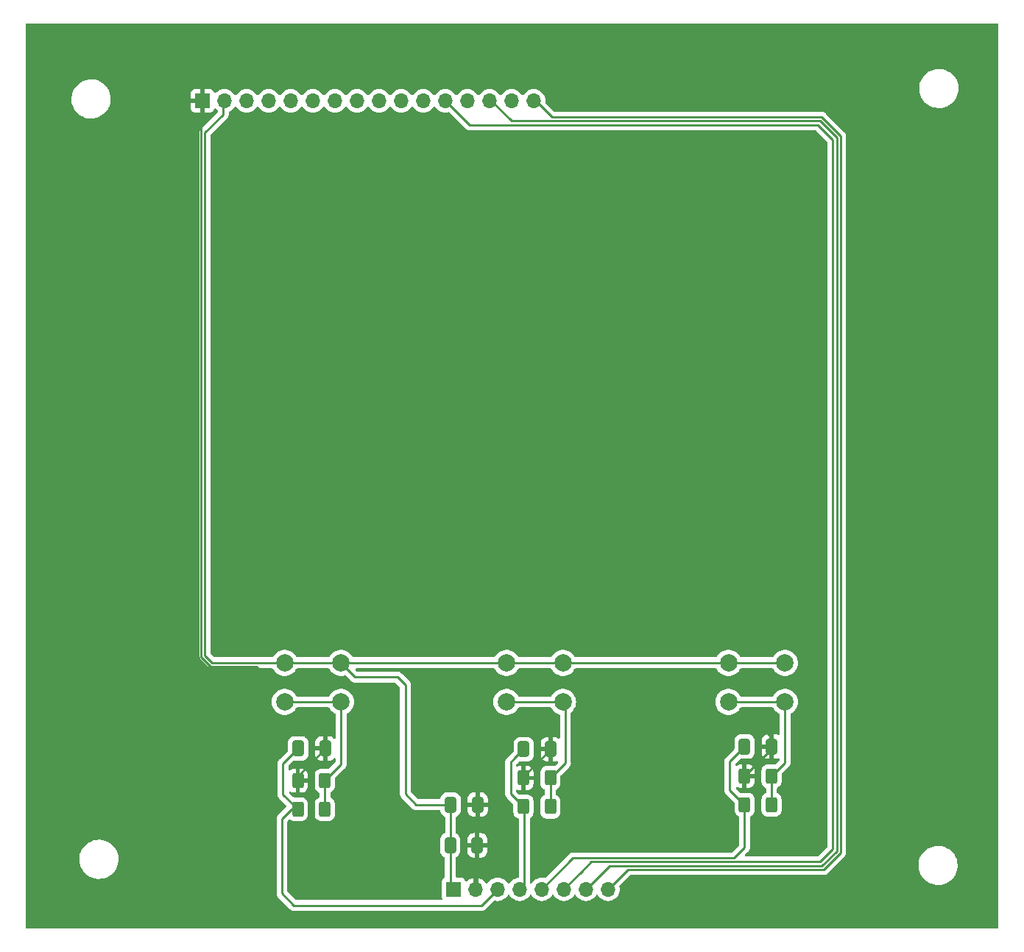
<source format=gbr>
%TF.GenerationSoftware,KiCad,Pcbnew,7.0.10*%
%TF.CreationDate,2024-03-07T12:30:20-07:00*%
%TF.ProjectId,User_Interface,55736572-5f49-46e7-9465-72666163652e,rev?*%
%TF.SameCoordinates,Original*%
%TF.FileFunction,Copper,L2,Bot*%
%TF.FilePolarity,Positive*%
%FSLAX46Y46*%
G04 Gerber Fmt 4.6, Leading zero omitted, Abs format (unit mm)*
G04 Created by KiCad (PCBNEW 7.0.10) date 2024-03-07 12:30:20*
%MOMM*%
%LPD*%
G01*
G04 APERTURE LIST*
G04 Aperture macros list*
%AMRoundRect*
0 Rectangle with rounded corners*
0 $1 Rounding radius*
0 $2 $3 $4 $5 $6 $7 $8 $9 X,Y pos of 4 corners*
0 Add a 4 corners polygon primitive as box body*
4,1,4,$2,$3,$4,$5,$6,$7,$8,$9,$2,$3,0*
0 Add four circle primitives for the rounded corners*
1,1,$1+$1,$2,$3*
1,1,$1+$1,$4,$5*
1,1,$1+$1,$6,$7*
1,1,$1+$1,$8,$9*
0 Add four rect primitives between the rounded corners*
20,1,$1+$1,$2,$3,$4,$5,0*
20,1,$1+$1,$4,$5,$6,$7,0*
20,1,$1+$1,$6,$7,$8,$9,0*
20,1,$1+$1,$8,$9,$2,$3,0*%
G04 Aperture macros list end*
%TA.AperFunction,ComponentPad*%
%ADD10C,2.000000*%
%TD*%
%TA.AperFunction,ComponentPad*%
%ADD11R,1.700000X1.700000*%
%TD*%
%TA.AperFunction,ComponentPad*%
%ADD12O,1.700000X1.700000*%
%TD*%
%TA.AperFunction,SMDPad,CuDef*%
%ADD13RoundRect,0.250000X0.400000X0.625000X-0.400000X0.625000X-0.400000X-0.625000X0.400000X-0.625000X0*%
%TD*%
%TA.AperFunction,SMDPad,CuDef*%
%ADD14RoundRect,0.250000X0.412500X0.650000X-0.412500X0.650000X-0.412500X-0.650000X0.412500X-0.650000X0*%
%TD*%
%TA.AperFunction,SMDPad,CuDef*%
%ADD15RoundRect,0.250000X-0.412500X-0.650000X0.412500X-0.650000X0.412500X0.650000X-0.412500X0.650000X0*%
%TD*%
%TA.AperFunction,ViaPad*%
%ADD16C,1.400000*%
%TD*%
%TA.AperFunction,ViaPad*%
%ADD17C,0.800000*%
%TD*%
%TA.AperFunction,Conductor*%
%ADD18C,0.250000*%
%TD*%
G04 APERTURE END LIST*
D10*
%TO.P,STOP1,1,1*%
%TO.N,POWER_3*%
X142775000Y-118281802D03*
X149275000Y-118281802D03*
%TO.P,STOP1,2,A*%
%TO.N,Net-(STOP1-A)*%
X142775000Y-122781802D03*
X149275000Y-122781802D03*
%TD*%
D11*
%TO.P,OLED1,1,VSS*%
%TO.N,GND*%
X107800000Y-53600000D03*
D12*
%TO.P,OLED1,2,VDD*%
%TO.N,POWER_3*%
X110340000Y-53600000D03*
%TO.P,OLED1,3*%
%TO.N,unconnected-(OLED1-Pad3)*%
X112880000Y-53600000D03*
%TO.P,OLED1,4*%
%TO.N,unconnected-(OLED1-Pad4)*%
X115420000Y-53600000D03*
%TO.P,OLED1,5*%
%TO.N,unconnected-(OLED1-Pad5)*%
X117960000Y-53600000D03*
%TO.P,OLED1,6*%
%TO.N,unconnected-(OLED1-Pad6)*%
X120500000Y-53600000D03*
%TO.P,OLED1,7*%
%TO.N,unconnected-(OLED1-Pad7)*%
X123040000Y-53600000D03*
%TO.P,OLED1,8*%
%TO.N,unconnected-(OLED1-Pad8)*%
X125580000Y-53600000D03*
%TO.P,OLED1,9*%
%TO.N,unconnected-(OLED1-Pad9)*%
X128120000Y-53600000D03*
%TO.P,OLED1,10*%
%TO.N,unconnected-(OLED1-Pad10)*%
X130660000Y-53600000D03*
%TO.P,OLED1,11*%
%TO.N,unconnected-(OLED1-Pad11)*%
X133200000Y-53600000D03*
%TO.P,OLED1,12,SCK*%
%TO.N,SPI_SCK*%
X135740000Y-53600000D03*
%TO.P,OLED1,13,SDO*%
%TO.N,unconnected-(OLED1-SDO-Pad13)*%
X138280000Y-53600000D03*
%TO.P,OLED1,14,SDI*%
%TO.N,SPI_MOSI*%
X140820000Y-53600000D03*
%TO.P,OLED1,15*%
%TO.N,unconnected-(OLED1-Pad15)*%
X143360000Y-53600000D03*
%TO.P,OLED1,16,nCS*%
%TO.N,SPI_NSS*%
X145900000Y-53600000D03*
%TD*%
D11*
%TO.P,MAIN_CONTROL1,1,VDD*%
%TO.N,POWER_3*%
X136675000Y-144335000D03*
D12*
%TO.P,MAIN_CONTROL1,2,VSS*%
%TO.N,GND*%
X139215000Y-144335000D03*
%TO.P,MAIN_CONTROL1,3,USER_START*%
%TO.N,USR_START*%
X141755000Y-144335000D03*
%TO.P,MAIN_CONTROL1,4,USER_STOP*%
%TO.N,USR_STOP*%
X144295000Y-144335000D03*
%TO.P,MAIN_CONTROL1,5,USER_RESET*%
%TO.N,USR_RESET*%
X146835000Y-144335000D03*
%TO.P,MAIN_CONTROL1,6,SPI_SCK*%
%TO.N,SPI_SCK*%
X149375000Y-144335000D03*
%TO.P,MAIN_CONTROL1,7,SPI_MOSI*%
%TO.N,SPI_MOSI*%
X151915000Y-144335000D03*
%TO.P,MAIN_CONTROL1,8,SPI_NSS*%
%TO.N,SPI_NSS*%
X154455000Y-144335000D03*
%TD*%
D10*
%TO.P,RESET1,1,1*%
%TO.N,POWER_3*%
X168300000Y-118281802D03*
X174800000Y-118281802D03*
%TO.P,RESET1,2,A*%
%TO.N,Net-(RESET1-A)*%
X168300000Y-122781802D03*
X174800000Y-122781802D03*
%TD*%
%TO.P,START1,1,1*%
%TO.N,POWER_3*%
X117250000Y-118281802D03*
X123750000Y-118281802D03*
%TO.P,START1,2,A*%
%TO.N,Net-(START1-A)*%
X117250000Y-122781802D03*
X123750000Y-122781802D03*
%TD*%
D13*
%TO.P,R1,1*%
%TO.N,Net-(START1-A)*%
X121870000Y-131841802D03*
%TO.P,R1,2*%
%TO.N,GND*%
X118770000Y-131841802D03*
%TD*%
D14*
%TO.P,C1,1*%
%TO.N,GND*%
X121932500Y-128131802D03*
%TO.P,C1,2*%
%TO.N,USR_START*%
X118807500Y-128131802D03*
%TD*%
%TO.P,C2,1*%
%TO.N,GND*%
X147882500Y-128231802D03*
%TO.P,C2,2*%
%TO.N,USR_STOP*%
X144757500Y-128231802D03*
%TD*%
D13*
%TO.P,R5,1*%
%TO.N,Net-(RESET1-A)*%
X173250000Y-131331802D03*
%TO.P,R5,2*%
%TO.N,GND*%
X170150000Y-131331802D03*
%TD*%
D14*
%TO.P,C3,1*%
%TO.N,GND*%
X173275000Y-127931802D03*
%TO.P,C3,2*%
%TO.N,USR_RESET*%
X170150000Y-127931802D03*
%TD*%
D15*
%TO.P,C5,1*%
%TO.N,POWER_3*%
X136335000Y-134610000D03*
%TO.P,C5,2*%
%TO.N,GND*%
X139460000Y-134610000D03*
%TD*%
D13*
%TO.P,R3,1*%
%TO.N,Net-(STOP1-A)*%
X147820000Y-131541802D03*
%TO.P,R3,2*%
%TO.N,GND*%
X144720000Y-131541802D03*
%TD*%
%TO.P,R6,1*%
%TO.N,Net-(RESET1-A)*%
X173250000Y-134621802D03*
%TO.P,R6,2*%
%TO.N,USR_RESET*%
X170150000Y-134621802D03*
%TD*%
%TO.P,R2,1*%
%TO.N,Net-(START1-A)*%
X121870000Y-135131802D03*
%TO.P,R2,2*%
%TO.N,USR_START*%
X118770000Y-135131802D03*
%TD*%
%TO.P,R4,1*%
%TO.N,Net-(STOP1-A)*%
X147820000Y-134831802D03*
%TO.P,R4,2*%
%TO.N,USR_STOP*%
X144720000Y-134831802D03*
%TD*%
D15*
%TO.P,C4,1*%
%TO.N,POWER_3*%
X136297500Y-139290000D03*
%TO.P,C4,2*%
%TO.N,GND*%
X139422500Y-139290000D03*
%TD*%
D16*
%TO.N,GND*%
X191460000Y-128010000D03*
D17*
X115750000Y-125731802D03*
X142350000Y-125631802D03*
X165450000Y-125331802D03*
%TD*%
D18*
%TO.N,GND*%
X173275000Y-126856802D02*
X171750000Y-125331802D01*
X108750000Y-118731802D02*
X114001802Y-118731802D01*
X139400000Y-139267500D02*
X139400000Y-128581802D01*
X121932500Y-126614302D02*
X121750000Y-126431802D01*
X107650000Y-117631802D02*
X108750000Y-118731802D01*
X121750000Y-126431802D02*
X116450000Y-126431802D01*
X139422500Y-144127500D02*
X139215000Y-144335000D01*
X170150000Y-131331802D02*
X173275000Y-128206802D01*
X116450000Y-126431802D02*
X115750000Y-125731802D01*
X139422500Y-139290000D02*
X139400000Y-139267500D01*
X147882500Y-128231802D02*
X144720000Y-131394302D01*
X121932500Y-128131802D02*
X121932500Y-126614302D01*
X114001802Y-118731802D02*
X114870000Y-119600000D01*
X107800000Y-53600000D02*
X107650000Y-53750000D01*
X147882500Y-128231802D02*
X147882500Y-126764302D01*
X173275000Y-128206802D02*
X173275000Y-127931802D01*
X142718198Y-126000000D02*
X142350000Y-125631802D01*
X139400000Y-128581802D02*
X142350000Y-125631802D01*
X114870000Y-119600000D02*
X114870000Y-124851802D01*
X173275000Y-127931802D02*
X173275000Y-126856802D01*
X107650000Y-53750000D02*
X107650000Y-117631802D01*
X114870000Y-124851802D02*
X115750000Y-125731802D01*
X144720000Y-131394302D02*
X144720000Y-131541802D01*
X147882500Y-126764302D02*
X147118198Y-126000000D01*
X171750000Y-125331802D02*
X170867400Y-125331802D01*
X170867400Y-125331802D02*
X165450000Y-125331802D01*
X139422500Y-139290000D02*
X139422500Y-144127500D01*
X118770000Y-131294302D02*
X118770000Y-131841802D01*
X121932500Y-128131802D02*
X118770000Y-131294302D01*
X147118198Y-126000000D02*
X142718198Y-126000000D01*
%TO.N,USR_START*%
X117050000Y-133411802D02*
X118770000Y-135131802D01*
X118338198Y-146220000D02*
X139870000Y-146220000D01*
X139870000Y-146220000D02*
X141755000Y-144335000D01*
X117050000Y-129889302D02*
X117050000Y-133411802D01*
X116950000Y-144831802D02*
X118338198Y-146220000D01*
X118807500Y-128131802D02*
X117050000Y-129889302D01*
X118770000Y-135131802D02*
X118050000Y-135131802D01*
X118050000Y-135131802D02*
X116950000Y-136231802D01*
X116950000Y-136231802D02*
X116950000Y-144831802D01*
%TO.N,USR_STOP*%
X143250000Y-129731802D02*
X143250000Y-133361802D01*
X144840000Y-143781802D02*
X144590000Y-144031802D01*
X144840000Y-134951802D02*
X144840000Y-143781802D01*
X143737500Y-129244302D02*
X143250000Y-129731802D01*
X144757500Y-128231802D02*
X143745000Y-129244302D01*
X144720000Y-134831802D02*
X144840000Y-134951802D01*
X143745000Y-129244302D02*
X143737500Y-129244302D01*
X143250000Y-133361802D02*
X144720000Y-134831802D01*
%TO.N,USR_RESET*%
X168950000Y-140731802D02*
X170150000Y-139531802D01*
X146835000Y-144335000D02*
X146835000Y-144326802D01*
X168450000Y-132921802D02*
X170150000Y-134621802D01*
X170150000Y-127931802D02*
X168450000Y-129631802D01*
X146835000Y-144326802D02*
X150430000Y-140731802D01*
X168450000Y-129631802D02*
X168450000Y-132921802D01*
X170150000Y-139531802D02*
X170150000Y-134621802D01*
X150430000Y-140731802D02*
X168950000Y-140731802D01*
%TO.N,POWER_3*%
X125350000Y-119931802D02*
X123750000Y-118331802D01*
X136335000Y-139252500D02*
X136297500Y-139290000D01*
X123750000Y-118281802D02*
X117250000Y-118281802D01*
X149275000Y-118281802D02*
X168300000Y-118281802D01*
X136335000Y-134610000D02*
X132360000Y-134610000D01*
X132360000Y-134610000D02*
X131150000Y-133400000D01*
X130250000Y-119931802D02*
X125350000Y-119931802D01*
X131150000Y-120831802D02*
X130250000Y-119931802D01*
X168300000Y-118281802D02*
X174800000Y-118281802D01*
X110190000Y-55190000D02*
X110190000Y-53231802D01*
X108100000Y-117445406D02*
X108100000Y-57280000D01*
X108100000Y-57280000D02*
X110190000Y-55190000D01*
X131150000Y-133400000D02*
X131150000Y-120831802D01*
X123750000Y-118331802D02*
X123750000Y-118281802D01*
X108936396Y-118281802D02*
X108100000Y-117445406D01*
X136320000Y-143980000D02*
X136675000Y-144335000D01*
X136335000Y-134610000D02*
X136335000Y-139252500D01*
X136297500Y-139290000D02*
X136320000Y-139312500D01*
X117250000Y-118281802D02*
X108936396Y-118281802D01*
X123750000Y-118281802D02*
X142775000Y-118281802D01*
X142775000Y-118281802D02*
X149275000Y-118281802D01*
X136320000Y-139312500D02*
X136320000Y-143980000D01*
%TO.N,Net-(START1-A)*%
X123750000Y-129961802D02*
X123750000Y-122781802D01*
X121870000Y-131841802D02*
X121870000Y-135131802D01*
X121870000Y-131841802D02*
X123750000Y-129961802D01*
X117250000Y-122781802D02*
X123750000Y-122781802D01*
%TO.N,Net-(STOP1-A)*%
X142775000Y-122781802D02*
X149275000Y-122781802D01*
X149550000Y-129811802D02*
X149550000Y-123056802D01*
X147820000Y-131541802D02*
X149550000Y-129811802D01*
X147820000Y-134831802D02*
X147820000Y-131541802D01*
X149550000Y-123056802D02*
X149275000Y-122781802D01*
%TO.N,Net-(RESET1-A)*%
X168300000Y-122781802D02*
X174800000Y-122781802D01*
X173250000Y-134621802D02*
X173250000Y-131331802D01*
X173250000Y-131331802D02*
X174800000Y-129781802D01*
X174800000Y-129781802D02*
X174800000Y-122781802D01*
%TO.N,SPI_SCK*%
X178863604Y-141181802D02*
X180300000Y-139745406D01*
X180300000Y-139745406D02*
X180300000Y-58054594D01*
X180300000Y-58054594D02*
X178627208Y-56381802D01*
X151383249Y-142326751D02*
X152528198Y-141181802D01*
X151375051Y-142326751D02*
X151383249Y-142326751D01*
X152528198Y-141181802D02*
X178863604Y-141181802D01*
X149670000Y-144031802D02*
X151375051Y-142326751D01*
X138521802Y-56381802D02*
X135740000Y-53600000D01*
X178627208Y-56381802D02*
X138521802Y-56381802D01*
%TO.N,SPI_MOSI*%
X151915000Y-144335000D02*
X151915000Y-144326802D01*
X151915000Y-144326802D02*
X154610000Y-141631802D01*
X179050000Y-141631802D02*
X180750000Y-139931802D01*
X143370000Y-55931802D02*
X140670000Y-53231802D01*
X154610000Y-141631802D02*
X179050000Y-141631802D01*
X178813604Y-55931802D02*
X143370000Y-55931802D01*
X180750000Y-57868198D02*
X178813604Y-55931802D01*
X180750000Y-139931802D02*
X180750000Y-57868198D01*
%TO.N,SPI_NSS*%
X146118198Y-53600000D02*
X145900000Y-53600000D01*
X179236396Y-142081802D02*
X181200000Y-140118198D01*
X154455000Y-144335000D02*
X156708198Y-142081802D01*
X181200000Y-57681802D02*
X179000000Y-55481802D01*
X156708198Y-142081802D02*
X179236396Y-142081802D01*
X179000000Y-55481802D02*
X148000000Y-55481802D01*
X148000000Y-55481802D02*
X146118198Y-53600000D01*
X181200000Y-140118198D02*
X181200000Y-57681802D01*
%TD*%
%TA.AperFunction,Conductor*%
%TO.N,GND*%
G36*
X134554855Y-54266546D02*
G01*
X134571575Y-54285842D01*
X134686869Y-54450500D01*
X134701505Y-54471401D01*
X134868599Y-54638495D01*
X134945135Y-54692086D01*
X135062165Y-54774032D01*
X135062167Y-54774033D01*
X135062170Y-54774035D01*
X135276337Y-54873903D01*
X135276343Y-54873904D01*
X135276344Y-54873905D01*
X135315214Y-54884320D01*
X135504592Y-54935063D01*
X135675319Y-54950000D01*
X135739999Y-54955659D01*
X135740000Y-54955659D01*
X135740001Y-54955659D01*
X135804681Y-54950000D01*
X135975408Y-54935063D01*
X136075873Y-54908143D01*
X136145722Y-54909806D01*
X136195647Y-54940237D01*
X138020999Y-56765590D01*
X138030824Y-56777853D01*
X138031045Y-56777671D01*
X138036013Y-56783676D01*
X138085024Y-56829701D01*
X138087823Y-56832414D01*
X138107324Y-56851916D01*
X138107328Y-56851919D01*
X138107331Y-56851922D01*
X138110504Y-56854383D01*
X138119376Y-56861961D01*
X138151220Y-56891864D01*
X138168778Y-56901516D01*
X138185037Y-56912197D01*
X138200866Y-56924475D01*
X138240957Y-56941823D01*
X138251428Y-56946953D01*
X138273465Y-56959068D01*
X138289704Y-56967996D01*
X138289706Y-56967997D01*
X138289710Y-56967999D01*
X138309118Y-56972982D01*
X138327521Y-56979283D01*
X138345903Y-56987238D01*
X138345904Y-56987238D01*
X138345906Y-56987239D01*
X138389052Y-56994072D01*
X138400474Y-56996438D01*
X138442783Y-57007302D01*
X138462818Y-57007302D01*
X138482216Y-57008828D01*
X138501996Y-57011961D01*
X138501997Y-57011962D01*
X138501997Y-57011961D01*
X138501998Y-57011962D01*
X138545477Y-57007852D01*
X138557146Y-57007302D01*
X178316756Y-57007302D01*
X178383795Y-57026987D01*
X178404437Y-57043621D01*
X179638181Y-58277365D01*
X179671666Y-58338688D01*
X179674500Y-58365046D01*
X179674500Y-139434953D01*
X179654815Y-139501992D01*
X179638181Y-139522634D01*
X178640832Y-140519983D01*
X178579509Y-140553468D01*
X178553151Y-140556302D01*
X170309453Y-140556302D01*
X170242414Y-140536617D01*
X170196659Y-140483813D01*
X170186715Y-140414655D01*
X170215740Y-140351099D01*
X170221762Y-140344629D01*
X170533792Y-140032599D01*
X170546042Y-140022787D01*
X170545859Y-140022566D01*
X170551868Y-140017593D01*
X170551877Y-140017588D01*
X170597949Y-139968524D01*
X170600566Y-139965825D01*
X170620120Y-139946273D01*
X170622576Y-139943105D01*
X170630156Y-139934229D01*
X170660062Y-139902384D01*
X170669713Y-139884826D01*
X170680396Y-139868563D01*
X170692673Y-139852738D01*
X170710021Y-139812646D01*
X170715151Y-139802173D01*
X170736197Y-139763894D01*
X170741180Y-139744482D01*
X170747481Y-139726082D01*
X170755437Y-139707698D01*
X170762270Y-139664550D01*
X170764633Y-139653140D01*
X170775500Y-139610821D01*
X170775500Y-139590785D01*
X170777027Y-139571384D01*
X170780160Y-139551606D01*
X170776050Y-139508126D01*
X170775500Y-139496457D01*
X170775500Y-136052250D01*
X170795185Y-135985211D01*
X170847989Y-135939456D01*
X170860488Y-135934546D01*
X170869334Y-135931616D01*
X171018656Y-135839514D01*
X171142712Y-135715458D01*
X171234814Y-135566136D01*
X171289999Y-135399599D01*
X171300500Y-135296811D01*
X171300499Y-133946794D01*
X171294438Y-133887465D01*
X171289999Y-133844005D01*
X171289998Y-133844002D01*
X171272400Y-133790894D01*
X171234814Y-133677468D01*
X171142712Y-133528146D01*
X171018656Y-133404090D01*
X170903193Y-133332872D01*
X170869336Y-133311989D01*
X170869331Y-133311987D01*
X170845671Y-133304147D01*
X170702797Y-133256803D01*
X170702795Y-133256802D01*
X170600016Y-133246302D01*
X169710453Y-133246302D01*
X169643414Y-133226617D01*
X169622772Y-133209983D01*
X169197379Y-132784590D01*
X169163894Y-132723267D01*
X169168878Y-132653575D01*
X169210750Y-132597642D01*
X169276214Y-132573225D01*
X169344487Y-132588077D01*
X169350157Y-132591371D01*
X169430869Y-132641155D01*
X169430880Y-132641160D01*
X169597302Y-132696307D01*
X169597309Y-132696308D01*
X169700019Y-132706801D01*
X169899999Y-132706801D01*
X169900000Y-132706800D01*
X169900000Y-131581802D01*
X170400000Y-131581802D01*
X170400000Y-132706801D01*
X170599972Y-132706801D01*
X170599986Y-132706800D01*
X170702697Y-132696307D01*
X170869119Y-132641160D01*
X170869124Y-132641158D01*
X171018345Y-132549117D01*
X171142315Y-132425147D01*
X171234356Y-132275926D01*
X171234358Y-132275921D01*
X171289505Y-132109499D01*
X171289506Y-132109492D01*
X171299999Y-132006788D01*
X171300000Y-132006775D01*
X171300000Y-131581802D01*
X170400000Y-131581802D01*
X169900000Y-131581802D01*
X169900000Y-129956802D01*
X170400000Y-129956802D01*
X170400000Y-131081802D01*
X171299999Y-131081802D01*
X171299999Y-130656830D01*
X171299998Y-130656815D01*
X171289505Y-130554104D01*
X171234358Y-130387682D01*
X171234356Y-130387677D01*
X171142315Y-130238456D01*
X171018345Y-130114486D01*
X170869124Y-130022445D01*
X170869119Y-130022443D01*
X170702697Y-129967296D01*
X170702690Y-129967295D01*
X170599986Y-129956802D01*
X170400000Y-129956802D01*
X169900000Y-129956802D01*
X169700029Y-129956802D01*
X169700012Y-129956803D01*
X169597302Y-129967296D01*
X169430880Y-130022443D01*
X169430875Y-130022445D01*
X169281654Y-130114486D01*
X169276409Y-130118634D01*
X169211613Y-130144773D01*
X169142971Y-130131731D01*
X169092277Y-130083649D01*
X169075500Y-130021366D01*
X169075500Y-129942254D01*
X169095185Y-129875215D01*
X169111819Y-129854573D01*
X169354396Y-129611996D01*
X169597773Y-129368618D01*
X169659094Y-129335135D01*
X169685452Y-129332301D01*
X169687481Y-129332301D01*
X169687491Y-129332302D01*
X170612508Y-129332301D01*
X170612516Y-129332300D01*
X170612519Y-129332300D01*
X170682796Y-129325121D01*
X170715297Y-129321801D01*
X170881834Y-129266616D01*
X171031156Y-129174514D01*
X171155212Y-129050458D01*
X171247314Y-128901136D01*
X171302499Y-128734599D01*
X171313000Y-128631811D01*
X171313000Y-128181802D01*
X172112501Y-128181802D01*
X172112501Y-128631788D01*
X172122994Y-128734499D01*
X172178141Y-128900921D01*
X172178143Y-128900926D01*
X172270184Y-129050147D01*
X172394154Y-129174117D01*
X172543375Y-129266158D01*
X172543380Y-129266160D01*
X172709802Y-129321307D01*
X172709809Y-129321308D01*
X172812519Y-129331801D01*
X173024999Y-129331801D01*
X173025000Y-129331800D01*
X173025000Y-128181802D01*
X172112501Y-128181802D01*
X171313000Y-128181802D01*
X171312999Y-127681802D01*
X172112500Y-127681802D01*
X173025000Y-127681802D01*
X173025000Y-126531802D01*
X172812529Y-126531802D01*
X172812512Y-126531803D01*
X172709802Y-126542296D01*
X172543380Y-126597443D01*
X172543375Y-126597445D01*
X172394154Y-126689486D01*
X172270184Y-126813456D01*
X172178143Y-126962677D01*
X172178141Y-126962682D01*
X172122994Y-127129104D01*
X172122993Y-127129111D01*
X172112500Y-127231815D01*
X172112500Y-127681802D01*
X171312999Y-127681802D01*
X171312999Y-127231794D01*
X171305917Y-127162470D01*
X171302499Y-127129005D01*
X171302498Y-127129002D01*
X171247314Y-126962468D01*
X171155212Y-126813146D01*
X171031156Y-126689090D01*
X170881834Y-126596988D01*
X170715297Y-126541803D01*
X170715295Y-126541802D01*
X170612510Y-126531302D01*
X169687498Y-126531302D01*
X169687480Y-126531303D01*
X169584703Y-126541802D01*
X169584700Y-126541803D01*
X169418168Y-126596987D01*
X169418163Y-126596989D01*
X169268842Y-126689091D01*
X169144789Y-126813144D01*
X169052687Y-126962465D01*
X169052685Y-126962470D01*
X169035893Y-127013146D01*
X168997501Y-127129005D01*
X168997501Y-127129006D01*
X168997500Y-127129006D01*
X168987000Y-127231785D01*
X168987000Y-128158848D01*
X168967315Y-128225887D01*
X168950681Y-128246529D01*
X168066208Y-129131001D01*
X168053951Y-129140822D01*
X168054134Y-129141043D01*
X168048122Y-129146016D01*
X168002098Y-129195025D01*
X167999391Y-129197818D01*
X167979889Y-129217319D01*
X167979875Y-129217336D01*
X167977407Y-129220517D01*
X167969843Y-129229372D01*
X167939937Y-129261220D01*
X167939936Y-129261222D01*
X167930284Y-129278778D01*
X167919610Y-129295028D01*
X167907329Y-129310863D01*
X167907324Y-129310870D01*
X167889975Y-129350960D01*
X167884838Y-129361446D01*
X167863803Y-129399708D01*
X167858822Y-129419109D01*
X167852521Y-129437512D01*
X167844562Y-129455904D01*
X167844561Y-129455907D01*
X167837728Y-129499045D01*
X167835360Y-129510476D01*
X167824501Y-129552773D01*
X167824500Y-129552784D01*
X167824500Y-129572818D01*
X167822973Y-129592217D01*
X167819840Y-129611996D01*
X167819840Y-129611997D01*
X167823950Y-129655476D01*
X167824500Y-129667145D01*
X167824500Y-132839057D01*
X167822775Y-132854674D01*
X167823061Y-132854701D01*
X167822326Y-132862467D01*
X167824439Y-132929674D01*
X167824500Y-132933569D01*
X167824500Y-132961159D01*
X167825003Y-132965137D01*
X167825918Y-132976769D01*
X167827290Y-133020426D01*
X167827291Y-133020429D01*
X167832880Y-133039669D01*
X167836824Y-133058713D01*
X167836926Y-133059514D01*
X167839336Y-133078594D01*
X167855414Y-133119205D01*
X167859197Y-133130254D01*
X167867681Y-133159456D01*
X167871382Y-133172192D01*
X167877601Y-133182709D01*
X167881580Y-133189436D01*
X167890136Y-133206902D01*
X167891363Y-133210000D01*
X167897514Y-133225534D01*
X167923181Y-133260862D01*
X167929593Y-133270623D01*
X167951828Y-133308219D01*
X167951833Y-133308226D01*
X167965990Y-133322382D01*
X167978628Y-133337178D01*
X167989737Y-133352469D01*
X167990406Y-133353389D01*
X168010091Y-133369674D01*
X168024057Y-133381227D01*
X168032698Y-133389090D01*
X168963181Y-134319573D01*
X168996666Y-134380896D01*
X168999500Y-134407254D01*
X168999500Y-135296803D01*
X168999501Y-135296821D01*
X169010000Y-135399598D01*
X169010001Y-135399601D01*
X169065185Y-135566133D01*
X169065187Y-135566138D01*
X169073328Y-135579336D01*
X169157288Y-135715458D01*
X169281344Y-135839514D01*
X169430666Y-135931616D01*
X169439498Y-135934542D01*
X169496944Y-135974310D01*
X169523771Y-136038824D01*
X169524500Y-136052250D01*
X169524500Y-139221349D01*
X169504815Y-139288388D01*
X169488181Y-139309030D01*
X168727228Y-140069983D01*
X168665905Y-140103468D01*
X168639547Y-140106302D01*
X150512743Y-140106302D01*
X150497122Y-140104577D01*
X150497095Y-140104863D01*
X150489333Y-140104128D01*
X150422113Y-140106241D01*
X150418219Y-140106302D01*
X150390650Y-140106302D01*
X150386673Y-140106804D01*
X150375042Y-140107719D01*
X150331374Y-140109091D01*
X150331368Y-140109092D01*
X150312126Y-140114682D01*
X150293087Y-140118625D01*
X150273217Y-140121136D01*
X150273203Y-140121139D01*
X150232598Y-140137215D01*
X150221554Y-140140996D01*
X150179614Y-140153181D01*
X150179610Y-140153183D01*
X150162366Y-140163381D01*
X150144905Y-140171935D01*
X150126274Y-140179312D01*
X150126262Y-140179319D01*
X150090933Y-140204987D01*
X150081173Y-140211398D01*
X150043580Y-140233631D01*
X150029414Y-140247797D01*
X150014624Y-140260429D01*
X149998414Y-140272206D01*
X149998411Y-140272209D01*
X149970573Y-140305860D01*
X149962711Y-140314499D01*
X147284180Y-142993029D01*
X147222857Y-143026514D01*
X147164406Y-143025123D01*
X147070413Y-142999938D01*
X147070403Y-142999936D01*
X146835001Y-142979341D01*
X146834999Y-142979341D01*
X146599596Y-142999936D01*
X146599586Y-142999938D01*
X146371344Y-143061094D01*
X146371335Y-143061098D01*
X146157171Y-143160964D01*
X146157169Y-143160965D01*
X145963597Y-143296505D01*
X145796505Y-143463597D01*
X145691075Y-143614168D01*
X145636498Y-143657793D01*
X145567000Y-143664986D01*
X145504645Y-143633464D01*
X145469231Y-143573234D01*
X145465500Y-143543045D01*
X145465500Y-136194683D01*
X145485185Y-136127644D01*
X145524403Y-136089144D01*
X145588656Y-136049514D01*
X145712712Y-135925458D01*
X145804814Y-135776136D01*
X145859999Y-135609599D01*
X145870500Y-135506811D01*
X145870499Y-134156794D01*
X145859999Y-134054005D01*
X145804814Y-133887468D01*
X145712712Y-133738146D01*
X145588656Y-133614090D01*
X145463540Y-133536918D01*
X145439336Y-133521989D01*
X145439331Y-133521987D01*
X145430492Y-133519058D01*
X145272797Y-133466803D01*
X145272795Y-133466802D01*
X145170016Y-133456302D01*
X144280453Y-133456302D01*
X144213414Y-133436617D01*
X144192772Y-133419983D01*
X143911819Y-133139030D01*
X143878334Y-133077707D01*
X143875500Y-133051349D01*
X143875500Y-132981333D01*
X143895185Y-132914294D01*
X143947989Y-132868539D01*
X144017147Y-132858595D01*
X144038504Y-132863627D01*
X144167302Y-132906307D01*
X144167309Y-132906308D01*
X144270019Y-132916801D01*
X144469999Y-132916801D01*
X144470000Y-132916800D01*
X144470000Y-131791802D01*
X144970000Y-131791802D01*
X144970000Y-132916801D01*
X145169972Y-132916801D01*
X145169986Y-132916800D01*
X145272697Y-132906307D01*
X145439119Y-132851160D01*
X145439124Y-132851158D01*
X145588345Y-132759117D01*
X145712315Y-132635147D01*
X145804356Y-132485926D01*
X145804358Y-132485921D01*
X145859505Y-132319499D01*
X145859506Y-132319492D01*
X145869999Y-132216788D01*
X145870000Y-132216775D01*
X145870000Y-131791802D01*
X144970000Y-131791802D01*
X144470000Y-131791802D01*
X144470000Y-130166802D01*
X144970000Y-130166802D01*
X144970000Y-131291802D01*
X145869999Y-131291802D01*
X145869999Y-130866830D01*
X145869998Y-130866815D01*
X145859505Y-130764104D01*
X145804358Y-130597682D01*
X145804356Y-130597677D01*
X145712315Y-130448456D01*
X145588345Y-130324486D01*
X145439124Y-130232445D01*
X145439119Y-130232443D01*
X145272697Y-130177296D01*
X145272690Y-130177295D01*
X145169986Y-130166802D01*
X144970000Y-130166802D01*
X144470000Y-130166802D01*
X144270029Y-130166802D01*
X144270012Y-130166803D01*
X144167302Y-130177296D01*
X144038504Y-130219976D01*
X143968676Y-130222378D01*
X143908634Y-130186646D01*
X143877441Y-130124126D01*
X143875500Y-130102270D01*
X143875500Y-130042254D01*
X143895185Y-129975215D01*
X143911819Y-129954573D01*
X144005574Y-129860818D01*
X144101991Y-129764400D01*
X144126552Y-129745350D01*
X144131420Y-129742472D01*
X144145589Y-129728301D01*
X144160379Y-129715670D01*
X144176587Y-129703896D01*
X144198618Y-129677263D01*
X144256512Y-129638155D01*
X144294163Y-129632301D01*
X144294981Y-129632301D01*
X144294991Y-129632302D01*
X145220008Y-129632301D01*
X145220016Y-129632300D01*
X145220019Y-129632300D01*
X145276302Y-129626550D01*
X145322797Y-129621801D01*
X145489334Y-129566616D01*
X145638656Y-129474514D01*
X145762712Y-129350458D01*
X145854814Y-129201136D01*
X145909999Y-129034599D01*
X145920500Y-128931811D01*
X145920500Y-128481802D01*
X146720001Y-128481802D01*
X146720001Y-128931788D01*
X146730494Y-129034499D01*
X146785641Y-129200921D01*
X146785643Y-129200926D01*
X146877684Y-129350147D01*
X147001654Y-129474117D01*
X147150875Y-129566158D01*
X147150880Y-129566160D01*
X147317302Y-129621307D01*
X147317309Y-129621308D01*
X147420019Y-129631801D01*
X147632499Y-129631801D01*
X147632500Y-129631800D01*
X147632500Y-128481802D01*
X146720001Y-128481802D01*
X145920500Y-128481802D01*
X145920499Y-127981802D01*
X146720000Y-127981802D01*
X147632500Y-127981802D01*
X147632500Y-126831802D01*
X147420029Y-126831802D01*
X147420012Y-126831803D01*
X147317302Y-126842296D01*
X147150880Y-126897443D01*
X147150875Y-126897445D01*
X147001654Y-126989486D01*
X146877684Y-127113456D01*
X146785643Y-127262677D01*
X146785641Y-127262682D01*
X146730494Y-127429104D01*
X146730493Y-127429111D01*
X146720000Y-127531815D01*
X146720000Y-127981802D01*
X145920499Y-127981802D01*
X145920499Y-127531794D01*
X145909999Y-127429005D01*
X145854814Y-127262468D01*
X145762712Y-127113146D01*
X145638656Y-126989090D01*
X145489334Y-126896988D01*
X145322797Y-126841803D01*
X145322795Y-126841802D01*
X145220010Y-126831302D01*
X144294998Y-126831302D01*
X144294980Y-126831303D01*
X144192203Y-126841802D01*
X144192200Y-126841803D01*
X144025668Y-126896987D01*
X144025663Y-126896989D01*
X143876342Y-126989091D01*
X143752289Y-127113144D01*
X143660187Y-127262465D01*
X143660185Y-127262470D01*
X143660115Y-127262682D01*
X143605001Y-127429005D01*
X143605001Y-127429006D01*
X143605000Y-127429006D01*
X143594500Y-127531785D01*
X143594500Y-128458848D01*
X143574815Y-128525887D01*
X143558181Y-128546529D01*
X143380508Y-128724201D01*
X143355953Y-128743249D01*
X143351078Y-128746131D01*
X143336913Y-128760297D01*
X143322125Y-128772928D01*
X143305913Y-128784707D01*
X143305911Y-128784709D01*
X143278073Y-128818360D01*
X143270211Y-128826999D01*
X142866211Y-129230999D01*
X142853948Y-129240824D01*
X142854131Y-129241046D01*
X142848120Y-129246018D01*
X142802097Y-129295026D01*
X142799390Y-129297819D01*
X142779889Y-129317319D01*
X142779875Y-129317336D01*
X142777407Y-129320517D01*
X142769843Y-129329372D01*
X142739937Y-129361220D01*
X142739936Y-129361222D01*
X142730284Y-129378778D01*
X142719610Y-129395028D01*
X142707329Y-129410863D01*
X142707324Y-129410870D01*
X142689975Y-129450960D01*
X142684838Y-129461446D01*
X142663803Y-129499708D01*
X142658822Y-129519109D01*
X142652521Y-129537512D01*
X142644562Y-129555904D01*
X142644561Y-129555907D01*
X142637728Y-129599045D01*
X142635360Y-129610476D01*
X142624501Y-129652773D01*
X142624500Y-129652784D01*
X142624500Y-129672818D01*
X142622973Y-129692215D01*
X142619840Y-129711998D01*
X142622395Y-129739029D01*
X142623950Y-129755476D01*
X142624500Y-129767145D01*
X142624500Y-133279057D01*
X142622775Y-133294674D01*
X142623061Y-133294701D01*
X142622326Y-133302467D01*
X142624439Y-133369674D01*
X142624500Y-133373569D01*
X142624500Y-133401159D01*
X142625003Y-133405137D01*
X142625918Y-133416769D01*
X142627290Y-133460426D01*
X142627291Y-133460429D01*
X142632880Y-133479669D01*
X142636824Y-133498713D01*
X142638304Y-133510426D01*
X142639336Y-133518594D01*
X142655414Y-133559205D01*
X142659197Y-133570254D01*
X142671382Y-133612192D01*
X142672504Y-133614090D01*
X142681580Y-133629436D01*
X142690138Y-133646905D01*
X142697514Y-133665534D01*
X142723181Y-133700862D01*
X142729593Y-133710623D01*
X142751828Y-133748219D01*
X142751833Y-133748226D01*
X142765990Y-133762382D01*
X142778628Y-133777178D01*
X142785345Y-133786424D01*
X142790406Y-133793389D01*
X142821710Y-133819286D01*
X142824057Y-133821227D01*
X142832698Y-133829090D01*
X143533181Y-134529573D01*
X143566666Y-134590896D01*
X143569500Y-134617254D01*
X143569500Y-135506803D01*
X143569501Y-135506821D01*
X143580000Y-135609598D01*
X143580001Y-135609601D01*
X143619453Y-135728657D01*
X143635186Y-135776136D01*
X143727288Y-135925458D01*
X143851344Y-136049514D01*
X144000666Y-136141616D01*
X144129506Y-136184309D01*
X144186949Y-136224080D01*
X144213772Y-136288596D01*
X144214500Y-136302014D01*
X144214500Y-142872759D01*
X144194815Y-142939798D01*
X144142011Y-142985553D01*
X144101309Y-142996286D01*
X144095626Y-142996784D01*
X144059595Y-142999936D01*
X144059586Y-142999938D01*
X143831344Y-143061094D01*
X143831335Y-143061098D01*
X143617171Y-143160964D01*
X143617169Y-143160965D01*
X143423597Y-143296505D01*
X143256505Y-143463597D01*
X143126575Y-143649158D01*
X143071998Y-143692783D01*
X143002500Y-143699977D01*
X142940145Y-143668454D01*
X142923425Y-143649158D01*
X142793494Y-143463597D01*
X142626402Y-143296506D01*
X142626395Y-143296501D01*
X142432834Y-143160967D01*
X142432830Y-143160965D01*
X142410388Y-143150500D01*
X142218663Y-143061097D01*
X142218659Y-143061096D01*
X142218655Y-143061094D01*
X141990413Y-142999938D01*
X141990403Y-142999936D01*
X141755001Y-142979341D01*
X141754999Y-142979341D01*
X141519596Y-142999936D01*
X141519586Y-142999938D01*
X141291344Y-143061094D01*
X141291335Y-143061098D01*
X141077171Y-143160964D01*
X141077169Y-143160965D01*
X140883597Y-143296505D01*
X140716508Y-143463594D01*
X140586269Y-143649595D01*
X140531692Y-143693219D01*
X140462193Y-143700412D01*
X140399839Y-143668890D01*
X140383119Y-143649594D01*
X140253113Y-143463926D01*
X140253108Y-143463920D01*
X140086082Y-143296894D01*
X139892578Y-143161399D01*
X139678492Y-143061570D01*
X139678486Y-143061567D01*
X139465000Y-143004364D01*
X139465000Y-143899498D01*
X139357315Y-143850320D01*
X139250763Y-143835000D01*
X139179237Y-143835000D01*
X139072685Y-143850320D01*
X138965000Y-143899498D01*
X138965000Y-143004364D01*
X138964999Y-143004364D01*
X138751513Y-143061567D01*
X138751507Y-143061570D01*
X138537422Y-143161399D01*
X138537420Y-143161400D01*
X138343926Y-143296886D01*
X138221865Y-143418947D01*
X138160542Y-143452431D01*
X138090850Y-143447447D01*
X138034917Y-143405575D01*
X138018002Y-143374598D01*
X137968797Y-143242671D01*
X137968793Y-143242664D01*
X137882547Y-143127455D01*
X137882544Y-143127452D01*
X137767335Y-143041206D01*
X137767328Y-143041202D01*
X137632482Y-142990908D01*
X137632483Y-142990908D01*
X137572883Y-142984501D01*
X137572881Y-142984500D01*
X137572873Y-142984500D01*
X137572865Y-142984500D01*
X137069500Y-142984500D01*
X137002461Y-142964815D01*
X136956706Y-142912011D01*
X136945500Y-142860500D01*
X136945500Y-140742135D01*
X136965185Y-140675096D01*
X137017989Y-140629341D01*
X137028362Y-140625267D01*
X137029327Y-140624816D01*
X137029334Y-140624814D01*
X137178656Y-140532712D01*
X137302712Y-140408656D01*
X137394814Y-140259334D01*
X137449999Y-140092797D01*
X137460500Y-139990009D01*
X137460500Y-139540000D01*
X138260001Y-139540000D01*
X138260001Y-139989986D01*
X138270494Y-140092697D01*
X138325641Y-140259119D01*
X138325643Y-140259124D01*
X138417684Y-140408345D01*
X138541654Y-140532315D01*
X138690875Y-140624356D01*
X138690880Y-140624358D01*
X138857302Y-140679505D01*
X138857309Y-140679506D01*
X138960019Y-140689999D01*
X139172499Y-140689999D01*
X139172500Y-140689998D01*
X139172500Y-139540000D01*
X139672500Y-139540000D01*
X139672500Y-140689999D01*
X139884972Y-140689999D01*
X139884986Y-140689998D01*
X139987697Y-140679505D01*
X140154119Y-140624358D01*
X140154124Y-140624356D01*
X140303345Y-140532315D01*
X140427315Y-140408345D01*
X140519356Y-140259124D01*
X140519358Y-140259119D01*
X140574505Y-140092697D01*
X140574506Y-140092690D01*
X140584999Y-139989986D01*
X140585000Y-139989973D01*
X140585000Y-139540000D01*
X139672500Y-139540000D01*
X139172500Y-139540000D01*
X138260001Y-139540000D01*
X137460500Y-139540000D01*
X137460499Y-139040000D01*
X138260000Y-139040000D01*
X139172500Y-139040000D01*
X139172500Y-137890000D01*
X139672500Y-137890000D01*
X139672500Y-139040000D01*
X140584999Y-139040000D01*
X140584999Y-138590028D01*
X140584998Y-138590013D01*
X140574505Y-138487302D01*
X140519358Y-138320880D01*
X140519356Y-138320875D01*
X140427315Y-138171654D01*
X140303345Y-138047684D01*
X140154124Y-137955643D01*
X140154119Y-137955641D01*
X139987697Y-137900494D01*
X139987690Y-137900493D01*
X139884986Y-137890000D01*
X139672500Y-137890000D01*
X139172500Y-137890000D01*
X138960029Y-137890000D01*
X138960012Y-137890001D01*
X138857302Y-137900494D01*
X138690880Y-137955641D01*
X138690875Y-137955643D01*
X138541654Y-138047684D01*
X138417684Y-138171654D01*
X138325643Y-138320875D01*
X138325641Y-138320880D01*
X138270494Y-138487302D01*
X138270493Y-138487309D01*
X138260000Y-138590013D01*
X138260000Y-139040000D01*
X137460499Y-139040000D01*
X137460499Y-138589992D01*
X137449999Y-138487203D01*
X137394814Y-138320666D01*
X137302712Y-138171344D01*
X137178656Y-138047288D01*
X137029334Y-137955186D01*
X137029332Y-137955185D01*
X137023187Y-137951395D01*
X137024290Y-137949605D01*
X136979649Y-137910290D01*
X136960500Y-137844091D01*
X136960500Y-136069590D01*
X136980185Y-136002551D01*
X137032989Y-135956796D01*
X137045485Y-135951887D01*
X137066834Y-135944814D01*
X137216156Y-135852712D01*
X137340212Y-135728656D01*
X137432314Y-135579334D01*
X137487499Y-135412797D01*
X137498000Y-135310009D01*
X137498000Y-134860000D01*
X138297501Y-134860000D01*
X138297501Y-135309986D01*
X138307994Y-135412697D01*
X138363141Y-135579119D01*
X138363143Y-135579124D01*
X138455184Y-135728345D01*
X138579154Y-135852315D01*
X138728375Y-135944356D01*
X138728380Y-135944358D01*
X138894802Y-135999505D01*
X138894809Y-135999506D01*
X138997519Y-136009999D01*
X139209999Y-136009999D01*
X139210000Y-136009998D01*
X139210000Y-134860000D01*
X139710000Y-134860000D01*
X139710000Y-136009999D01*
X139922472Y-136009999D01*
X139922486Y-136009998D01*
X140025197Y-135999505D01*
X140191619Y-135944358D01*
X140191624Y-135944356D01*
X140340845Y-135852315D01*
X140464815Y-135728345D01*
X140556856Y-135579124D01*
X140556858Y-135579119D01*
X140612005Y-135412697D01*
X140612006Y-135412690D01*
X140622499Y-135309986D01*
X140622500Y-135309973D01*
X140622500Y-134860000D01*
X139710000Y-134860000D01*
X139210000Y-134860000D01*
X138297501Y-134860000D01*
X137498000Y-134860000D01*
X137497999Y-134360000D01*
X138297500Y-134360000D01*
X139210000Y-134360000D01*
X139210000Y-133210000D01*
X139710000Y-133210000D01*
X139710000Y-134360000D01*
X140622499Y-134360000D01*
X140622499Y-133910028D01*
X140622498Y-133910013D01*
X140612005Y-133807302D01*
X140556858Y-133640880D01*
X140556856Y-133640875D01*
X140464815Y-133491654D01*
X140340845Y-133367684D01*
X140191624Y-133275643D01*
X140191619Y-133275641D01*
X140025197Y-133220494D01*
X140025190Y-133220493D01*
X139922486Y-133210000D01*
X139710000Y-133210000D01*
X139210000Y-133210000D01*
X138997529Y-133210000D01*
X138997512Y-133210001D01*
X138894802Y-133220494D01*
X138728380Y-133275641D01*
X138728375Y-133275643D01*
X138579154Y-133367684D01*
X138455184Y-133491654D01*
X138363143Y-133640875D01*
X138363141Y-133640880D01*
X138307994Y-133807302D01*
X138307993Y-133807309D01*
X138297500Y-133910013D01*
X138297500Y-134360000D01*
X137497999Y-134360000D01*
X137497999Y-133909992D01*
X137491258Y-133844006D01*
X137487499Y-133807203D01*
X137487498Y-133807200D01*
X137482095Y-133790894D01*
X137432314Y-133640666D01*
X137340212Y-133491344D01*
X137216156Y-133367288D01*
X137095305Y-133292747D01*
X137066836Y-133275187D01*
X137066831Y-133275185D01*
X137023607Y-133260862D01*
X136900297Y-133220001D01*
X136900295Y-133220000D01*
X136797510Y-133209500D01*
X135872498Y-133209500D01*
X135872480Y-133209501D01*
X135769703Y-133220000D01*
X135769700Y-133220001D01*
X135603168Y-133275185D01*
X135603163Y-133275187D01*
X135453842Y-133367289D01*
X135329789Y-133491342D01*
X135237687Y-133640663D01*
X135237685Y-133640668D01*
X135213131Y-133714767D01*
X135187906Y-133790894D01*
X135182501Y-133807204D01*
X135182500Y-133807205D01*
X135175768Y-133873103D01*
X135149371Y-133937795D01*
X135092190Y-133977946D01*
X135052410Y-133984500D01*
X132670453Y-133984500D01*
X132603414Y-133964815D01*
X132582772Y-133948181D01*
X131811819Y-133177228D01*
X131778334Y-133115905D01*
X131775500Y-133089547D01*
X131775500Y-122781807D01*
X141269357Y-122781807D01*
X141289890Y-123029614D01*
X141289892Y-123029626D01*
X141350936Y-123270683D01*
X141450826Y-123498408D01*
X141586833Y-123706584D01*
X141586836Y-123706587D01*
X141755256Y-123889540D01*
X141951491Y-124042276D01*
X141951493Y-124042277D01*
X142162155Y-124156282D01*
X142170190Y-124160630D01*
X142405386Y-124241373D01*
X142650665Y-124282302D01*
X142899335Y-124282302D01*
X143144614Y-124241373D01*
X143379810Y-124160630D01*
X143598509Y-124042276D01*
X143794744Y-123889540D01*
X143963164Y-123706587D01*
X144099173Y-123498409D01*
X144099175Y-123498405D01*
X144106595Y-123481491D01*
X144151551Y-123428005D01*
X144218287Y-123407316D01*
X144220150Y-123407302D01*
X147829850Y-123407302D01*
X147896889Y-123426987D01*
X147942644Y-123479791D01*
X147943405Y-123481491D01*
X147950824Y-123498405D01*
X148086833Y-123706584D01*
X148086836Y-123706587D01*
X148255256Y-123889540D01*
X148451491Y-124042276D01*
X148451493Y-124042277D01*
X148662155Y-124156282D01*
X148670190Y-124160630D01*
X148798095Y-124204539D01*
X148840763Y-124219188D01*
X148897778Y-124259573D01*
X148923909Y-124324373D01*
X148924500Y-124336469D01*
X148924500Y-126866712D01*
X148904815Y-126933751D01*
X148852011Y-126979506D01*
X148782853Y-126989450D01*
X148735403Y-126972251D01*
X148614124Y-126897445D01*
X148614119Y-126897443D01*
X148447697Y-126842296D01*
X148447690Y-126842295D01*
X148344986Y-126831802D01*
X148132500Y-126831802D01*
X148132500Y-129631801D01*
X148344972Y-129631801D01*
X148344986Y-129631800D01*
X148447695Y-129621308D01*
X148561561Y-129583576D01*
X148631390Y-129581174D01*
X148691432Y-129616905D01*
X148722625Y-129679426D01*
X148715065Y-129748885D01*
X148688247Y-129788963D01*
X148347227Y-130129983D01*
X148285904Y-130163468D01*
X148259546Y-130166302D01*
X147369998Y-130166302D01*
X147369980Y-130166303D01*
X147267203Y-130176802D01*
X147267200Y-130176803D01*
X147100668Y-130231987D01*
X147100663Y-130231989D01*
X146951342Y-130324091D01*
X146827289Y-130448144D01*
X146735187Y-130597465D01*
X146735185Y-130597470D01*
X146721437Y-130638960D01*
X146680001Y-130764005D01*
X146680001Y-130764006D01*
X146680000Y-130764006D01*
X146669500Y-130866785D01*
X146669500Y-132216803D01*
X146669501Y-132216820D01*
X146680000Y-132319598D01*
X146680001Y-132319601D01*
X146735115Y-132485921D01*
X146735186Y-132486136D01*
X146827288Y-132635458D01*
X146951344Y-132759514D01*
X147100666Y-132851616D01*
X147109498Y-132854542D01*
X147166944Y-132894310D01*
X147193771Y-132958824D01*
X147194500Y-132972250D01*
X147194500Y-133401353D01*
X147174815Y-133468392D01*
X147122011Y-133514147D01*
X147109507Y-133519058D01*
X147100667Y-133521987D01*
X146951342Y-133614091D01*
X146827289Y-133738144D01*
X146735187Y-133887465D01*
X146735185Y-133887470D01*
X146727722Y-133909992D01*
X146680001Y-134054005D01*
X146680001Y-134054006D01*
X146680000Y-134054006D01*
X146669500Y-134156785D01*
X146669500Y-135506803D01*
X146669501Y-135506820D01*
X146680000Y-135609598D01*
X146680001Y-135609601D01*
X146719453Y-135728657D01*
X146735186Y-135776136D01*
X146827288Y-135925458D01*
X146951344Y-136049514D01*
X147100666Y-136141616D01*
X147267203Y-136196801D01*
X147369991Y-136207302D01*
X148270008Y-136207301D01*
X148270016Y-136207300D01*
X148270019Y-136207300D01*
X148326302Y-136201550D01*
X148372797Y-136196801D01*
X148539334Y-136141616D01*
X148688656Y-136049514D01*
X148812712Y-135925458D01*
X148904814Y-135776136D01*
X148959999Y-135609599D01*
X148970500Y-135506811D01*
X148970499Y-134156794D01*
X148959999Y-134054005D01*
X148904814Y-133887468D01*
X148812712Y-133738146D01*
X148688656Y-133614090D01*
X148539334Y-133521988D01*
X148539333Y-133521987D01*
X148539332Y-133521987D01*
X148530493Y-133519058D01*
X148473049Y-133479284D01*
X148446228Y-133414767D01*
X148445500Y-133401353D01*
X148445500Y-132972250D01*
X148465185Y-132905211D01*
X148517989Y-132859456D01*
X148530488Y-132854546D01*
X148539334Y-132851616D01*
X148688656Y-132759514D01*
X148812712Y-132635458D01*
X148904814Y-132486136D01*
X148959999Y-132319599D01*
X148970500Y-132216811D01*
X148970499Y-131327253D01*
X148990183Y-131260215D01*
X149006813Y-131239578D01*
X149933788Y-130312603D01*
X149946042Y-130302788D01*
X149945859Y-130302566D01*
X149951868Y-130297593D01*
X149951877Y-130297588D01*
X149997949Y-130248524D01*
X150000566Y-130245825D01*
X150020120Y-130226273D01*
X150022576Y-130223105D01*
X150030156Y-130214229D01*
X150060062Y-130182384D01*
X150069713Y-130164826D01*
X150080396Y-130148563D01*
X150092673Y-130132738D01*
X150110021Y-130092646D01*
X150115151Y-130082173D01*
X150136197Y-130043894D01*
X150141180Y-130024482D01*
X150147481Y-130006082D01*
X150155437Y-129987698D01*
X150162270Y-129944550D01*
X150164633Y-129933140D01*
X150175500Y-129890821D01*
X150175500Y-129870785D01*
X150177027Y-129851384D01*
X150177291Y-129849717D01*
X150180160Y-129831606D01*
X150176050Y-129788126D01*
X150175500Y-129776457D01*
X150175500Y-124042971D01*
X150195185Y-123975932D01*
X150223338Y-123945117D01*
X150294744Y-123889540D01*
X150463164Y-123706587D01*
X150599173Y-123498409D01*
X150699063Y-123270683D01*
X150760108Y-123029623D01*
X150780643Y-122781807D01*
X166794357Y-122781807D01*
X166814890Y-123029614D01*
X166814892Y-123029626D01*
X166875936Y-123270683D01*
X166975826Y-123498408D01*
X167111833Y-123706584D01*
X167111836Y-123706587D01*
X167280256Y-123889540D01*
X167476491Y-124042276D01*
X167476493Y-124042277D01*
X167687155Y-124156282D01*
X167695190Y-124160630D01*
X167930386Y-124241373D01*
X168175665Y-124282302D01*
X168424335Y-124282302D01*
X168669614Y-124241373D01*
X168904810Y-124160630D01*
X169123509Y-124042276D01*
X169319744Y-123889540D01*
X169488164Y-123706587D01*
X169624173Y-123498409D01*
X169624175Y-123498405D01*
X169631595Y-123481491D01*
X169676551Y-123428005D01*
X169743287Y-123407316D01*
X169745150Y-123407302D01*
X173354850Y-123407302D01*
X173421889Y-123426987D01*
X173467644Y-123479791D01*
X173468405Y-123481491D01*
X173475824Y-123498405D01*
X173611833Y-123706584D01*
X173611836Y-123706587D01*
X173780256Y-123889540D01*
X173891252Y-123975932D01*
X173976488Y-124042274D01*
X173976493Y-124042277D01*
X174109517Y-124114266D01*
X174159108Y-124163485D01*
X174174500Y-124223321D01*
X174174500Y-126481353D01*
X174154815Y-126548392D01*
X174102011Y-126594147D01*
X174032853Y-126604091D01*
X174011496Y-126599059D01*
X173840197Y-126542296D01*
X173840190Y-126542295D01*
X173737486Y-126531802D01*
X173525000Y-126531802D01*
X173525000Y-129331801D01*
X173737472Y-129331801D01*
X173737486Y-129331800D01*
X173840195Y-129321308D01*
X174011495Y-129264544D01*
X174081324Y-129262142D01*
X174141366Y-129297873D01*
X174172559Y-129360394D01*
X174174500Y-129382250D01*
X174174500Y-129471349D01*
X174154815Y-129538388D01*
X174138181Y-129559030D01*
X173777227Y-129919983D01*
X173715904Y-129953468D01*
X173689546Y-129956302D01*
X172799998Y-129956302D01*
X172799980Y-129956303D01*
X172697203Y-129966802D01*
X172697200Y-129966803D01*
X172530668Y-130021987D01*
X172530663Y-130021989D01*
X172381342Y-130114091D01*
X172257289Y-130238144D01*
X172165187Y-130387465D01*
X172165185Y-130387470D01*
X172143615Y-130452566D01*
X172110001Y-130554005D01*
X172110001Y-130554006D01*
X172110000Y-130554006D01*
X172099500Y-130656785D01*
X172099500Y-132006803D01*
X172099501Y-132006820D01*
X172110000Y-132109598D01*
X172110001Y-132109601D01*
X172165115Y-132275921D01*
X172165186Y-132276136D01*
X172257288Y-132425458D01*
X172381344Y-132549514D01*
X172530666Y-132641616D01*
X172539498Y-132644542D01*
X172596944Y-132684310D01*
X172623771Y-132748824D01*
X172624500Y-132762250D01*
X172624500Y-133191353D01*
X172604815Y-133258392D01*
X172552011Y-133304147D01*
X172539507Y-133309058D01*
X172530667Y-133311987D01*
X172381342Y-133404091D01*
X172257289Y-133528144D01*
X172165187Y-133677465D01*
X172165185Y-133677470D01*
X172152826Y-133714767D01*
X172110001Y-133844005D01*
X172110001Y-133844006D01*
X172110000Y-133844006D01*
X172099500Y-133946785D01*
X172099500Y-135296803D01*
X172099501Y-135296820D01*
X172110000Y-135399598D01*
X172110001Y-135399601D01*
X172165185Y-135566133D01*
X172165187Y-135566138D01*
X172173328Y-135579336D01*
X172257288Y-135715458D01*
X172381344Y-135839514D01*
X172530666Y-135931616D01*
X172697203Y-135986801D01*
X172799991Y-135997302D01*
X173700008Y-135997301D01*
X173700016Y-135997300D01*
X173700019Y-135997300D01*
X173756302Y-135991550D01*
X173802797Y-135986801D01*
X173969334Y-135931616D01*
X174118656Y-135839514D01*
X174242712Y-135715458D01*
X174334814Y-135566136D01*
X174389999Y-135399599D01*
X174400500Y-135296811D01*
X174400499Y-133946794D01*
X174394438Y-133887465D01*
X174389999Y-133844005D01*
X174389998Y-133844002D01*
X174372400Y-133790894D01*
X174334814Y-133677468D01*
X174242712Y-133528146D01*
X174118656Y-133404090D01*
X173969334Y-133311988D01*
X173969333Y-133311987D01*
X173969332Y-133311987D01*
X173960493Y-133309058D01*
X173903049Y-133269284D01*
X173876228Y-133204767D01*
X173875500Y-133191353D01*
X173875500Y-132762250D01*
X173895185Y-132695211D01*
X173947989Y-132649456D01*
X173960488Y-132644546D01*
X173969334Y-132641616D01*
X174118656Y-132549514D01*
X174242712Y-132425458D01*
X174334814Y-132276136D01*
X174389999Y-132109599D01*
X174400500Y-132006811D01*
X174400499Y-131117253D01*
X174420183Y-131050215D01*
X174436813Y-131029578D01*
X175183788Y-130282603D01*
X175196042Y-130272788D01*
X175195859Y-130272566D01*
X175201868Y-130267593D01*
X175201877Y-130267588D01*
X175247949Y-130218524D01*
X175250566Y-130215825D01*
X175270120Y-130196273D01*
X175272576Y-130193105D01*
X175280156Y-130184229D01*
X175310062Y-130152384D01*
X175319715Y-130134822D01*
X175330389Y-130118572D01*
X175342673Y-130102738D01*
X175360019Y-130062652D01*
X175365157Y-130052164D01*
X175370606Y-130042254D01*
X175386197Y-130013894D01*
X175391177Y-129994493D01*
X175397478Y-129976090D01*
X175405438Y-129957698D01*
X175412272Y-129914543D01*
X175414635Y-129903133D01*
X175425500Y-129860821D01*
X175425500Y-129840785D01*
X175427027Y-129821384D01*
X175430160Y-129801606D01*
X175426050Y-129758126D01*
X175425500Y-129746457D01*
X175425500Y-124223321D01*
X175445185Y-124156282D01*
X175490483Y-124114266D01*
X175491369Y-124113786D01*
X175623509Y-124042276D01*
X175819744Y-123889540D01*
X175988164Y-123706587D01*
X176124173Y-123498409D01*
X176224063Y-123270683D01*
X176285108Y-123029623D01*
X176305643Y-122781802D01*
X176285108Y-122533981D01*
X176224063Y-122292921D01*
X176124173Y-122065195D01*
X175988166Y-121857019D01*
X175966557Y-121833546D01*
X175819744Y-121674064D01*
X175623509Y-121521328D01*
X175623507Y-121521327D01*
X175623506Y-121521326D01*
X175404811Y-121402974D01*
X175404802Y-121402971D01*
X175169616Y-121322231D01*
X174924335Y-121281302D01*
X174675665Y-121281302D01*
X174430383Y-121322231D01*
X174195197Y-121402971D01*
X174195188Y-121402974D01*
X173976493Y-121521326D01*
X173780257Y-121674063D01*
X173611833Y-121857019D01*
X173475824Y-122065198D01*
X173468405Y-122082113D01*
X173423449Y-122135599D01*
X173356713Y-122156288D01*
X173354850Y-122156302D01*
X169745150Y-122156302D01*
X169678111Y-122136617D01*
X169632356Y-122083813D01*
X169631595Y-122082113D01*
X169624175Y-122065198D01*
X169488166Y-121857019D01*
X169466557Y-121833546D01*
X169319744Y-121674064D01*
X169123509Y-121521328D01*
X169123507Y-121521327D01*
X169123506Y-121521326D01*
X168904811Y-121402974D01*
X168904802Y-121402971D01*
X168669616Y-121322231D01*
X168424335Y-121281302D01*
X168175665Y-121281302D01*
X167930383Y-121322231D01*
X167695197Y-121402971D01*
X167695188Y-121402974D01*
X167476493Y-121521326D01*
X167280257Y-121674063D01*
X167111833Y-121857019D01*
X166975826Y-122065195D01*
X166875936Y-122292920D01*
X166814892Y-122533977D01*
X166814890Y-122533989D01*
X166794357Y-122781796D01*
X166794357Y-122781807D01*
X150780643Y-122781807D01*
X150780643Y-122781802D01*
X150760108Y-122533981D01*
X150699063Y-122292921D01*
X150599173Y-122065195D01*
X150463166Y-121857019D01*
X150441557Y-121833546D01*
X150294744Y-121674064D01*
X150098509Y-121521328D01*
X150098507Y-121521327D01*
X150098506Y-121521326D01*
X149879811Y-121402974D01*
X149879802Y-121402971D01*
X149644616Y-121322231D01*
X149399335Y-121281302D01*
X149150665Y-121281302D01*
X148905383Y-121322231D01*
X148670197Y-121402971D01*
X148670188Y-121402974D01*
X148451493Y-121521326D01*
X148255257Y-121674063D01*
X148086833Y-121857019D01*
X147950824Y-122065198D01*
X147943405Y-122082113D01*
X147898449Y-122135599D01*
X147831713Y-122156288D01*
X147829850Y-122156302D01*
X144220150Y-122156302D01*
X144153111Y-122136617D01*
X144107356Y-122083813D01*
X144106595Y-122082113D01*
X144099175Y-122065198D01*
X143963166Y-121857019D01*
X143941557Y-121833546D01*
X143794744Y-121674064D01*
X143598509Y-121521328D01*
X143598507Y-121521327D01*
X143598506Y-121521326D01*
X143379811Y-121402974D01*
X143379802Y-121402971D01*
X143144616Y-121322231D01*
X142899335Y-121281302D01*
X142650665Y-121281302D01*
X142405383Y-121322231D01*
X142170197Y-121402971D01*
X142170188Y-121402974D01*
X141951493Y-121521326D01*
X141755257Y-121674063D01*
X141586833Y-121857019D01*
X141450826Y-122065195D01*
X141350936Y-122292920D01*
X141289892Y-122533977D01*
X141289890Y-122533989D01*
X141269357Y-122781796D01*
X141269357Y-122781807D01*
X131775500Y-122781807D01*
X131775500Y-120914539D01*
X131777224Y-120898925D01*
X131776938Y-120898898D01*
X131777672Y-120891135D01*
X131775561Y-120823946D01*
X131775500Y-120820052D01*
X131775500Y-120792453D01*
X131775500Y-120792452D01*
X131774997Y-120788472D01*
X131774080Y-120776823D01*
X131772709Y-120733175D01*
X131767122Y-120713946D01*
X131763174Y-120694886D01*
X131760664Y-120675010D01*
X131744585Y-120634399D01*
X131740804Y-120623354D01*
X131728619Y-120581414D01*
X131718418Y-120564165D01*
X131709860Y-120546696D01*
X131702486Y-120528070D01*
X131702483Y-120528066D01*
X131702483Y-120528065D01*
X131676816Y-120492737D01*
X131670403Y-120482974D01*
X131653970Y-120455190D01*
X131648170Y-120445381D01*
X131648166Y-120445377D01*
X131648163Y-120445373D01*
X131634005Y-120431215D01*
X131621370Y-120416422D01*
X131609593Y-120400214D01*
X131575945Y-120372378D01*
X131567304Y-120364515D01*
X130750803Y-119548014D01*
X130740980Y-119535752D01*
X130740759Y-119535936D01*
X130735786Y-119529924D01*
X130686776Y-119483901D01*
X130683977Y-119481188D01*
X130664477Y-119461687D01*
X130664471Y-119461682D01*
X130661286Y-119459211D01*
X130652434Y-119451650D01*
X130620582Y-119421740D01*
X130620580Y-119421738D01*
X130620577Y-119421737D01*
X130603029Y-119412090D01*
X130586763Y-119401406D01*
X130570932Y-119389126D01*
X130530849Y-119371780D01*
X130520363Y-119366643D01*
X130482094Y-119345605D01*
X130482092Y-119345604D01*
X130462693Y-119340624D01*
X130444281Y-119334320D01*
X130425898Y-119326364D01*
X130425892Y-119326362D01*
X130382760Y-119319531D01*
X130371322Y-119317163D01*
X130329020Y-119306302D01*
X130329019Y-119306302D01*
X130308984Y-119306302D01*
X130289586Y-119304775D01*
X130282162Y-119303599D01*
X130269805Y-119301642D01*
X130269804Y-119301642D01*
X130226325Y-119305752D01*
X130214656Y-119306302D01*
X125660452Y-119306302D01*
X125593413Y-119286617D01*
X125572771Y-119269983D01*
X125421771Y-119118983D01*
X125388286Y-119057660D01*
X125393270Y-118987968D01*
X125435142Y-118932035D01*
X125500606Y-118907618D01*
X125509452Y-118907302D01*
X141329850Y-118907302D01*
X141396889Y-118926987D01*
X141442644Y-118979791D01*
X141443405Y-118981491D01*
X141450824Y-118998405D01*
X141586833Y-119206584D01*
X141586836Y-119206587D01*
X141755256Y-119389540D01*
X141951491Y-119542276D01*
X142170190Y-119660630D01*
X142405386Y-119741373D01*
X142650665Y-119782302D01*
X142899335Y-119782302D01*
X143144614Y-119741373D01*
X143379810Y-119660630D01*
X143598509Y-119542276D01*
X143794744Y-119389540D01*
X143963164Y-119206587D01*
X144099173Y-118998409D01*
X144099175Y-118998405D01*
X144106595Y-118981491D01*
X144151551Y-118928005D01*
X144218287Y-118907316D01*
X144220150Y-118907302D01*
X147829850Y-118907302D01*
X147896889Y-118926987D01*
X147942644Y-118979791D01*
X147943405Y-118981491D01*
X147950824Y-118998405D01*
X148086833Y-119206584D01*
X148086836Y-119206587D01*
X148255256Y-119389540D01*
X148451491Y-119542276D01*
X148670190Y-119660630D01*
X148905386Y-119741373D01*
X149150665Y-119782302D01*
X149399335Y-119782302D01*
X149644614Y-119741373D01*
X149879810Y-119660630D01*
X150098509Y-119542276D01*
X150294744Y-119389540D01*
X150463164Y-119206587D01*
X150599173Y-118998409D01*
X150599175Y-118998405D01*
X150606595Y-118981491D01*
X150651551Y-118928005D01*
X150718287Y-118907316D01*
X150720150Y-118907302D01*
X166854850Y-118907302D01*
X166921889Y-118926987D01*
X166967644Y-118979791D01*
X166968405Y-118981491D01*
X166975824Y-118998405D01*
X167111833Y-119206584D01*
X167111836Y-119206587D01*
X167280256Y-119389540D01*
X167476491Y-119542276D01*
X167695190Y-119660630D01*
X167930386Y-119741373D01*
X168175665Y-119782302D01*
X168424335Y-119782302D01*
X168669614Y-119741373D01*
X168904810Y-119660630D01*
X169123509Y-119542276D01*
X169319744Y-119389540D01*
X169488164Y-119206587D01*
X169624173Y-118998409D01*
X169624175Y-118998405D01*
X169631595Y-118981491D01*
X169676551Y-118928005D01*
X169743287Y-118907316D01*
X169745150Y-118907302D01*
X173354850Y-118907302D01*
X173421889Y-118926987D01*
X173467644Y-118979791D01*
X173468405Y-118981491D01*
X173475824Y-118998405D01*
X173611833Y-119206584D01*
X173611836Y-119206587D01*
X173780256Y-119389540D01*
X173976491Y-119542276D01*
X174195190Y-119660630D01*
X174430386Y-119741373D01*
X174675665Y-119782302D01*
X174924335Y-119782302D01*
X175169614Y-119741373D01*
X175404810Y-119660630D01*
X175623509Y-119542276D01*
X175819744Y-119389540D01*
X175988164Y-119206587D01*
X176124173Y-118998409D01*
X176224063Y-118770683D01*
X176285108Y-118529623D01*
X176305643Y-118281802D01*
X176285108Y-118033981D01*
X176254394Y-117912694D01*
X176224063Y-117792920D01*
X176124173Y-117565195D01*
X175988166Y-117357019D01*
X175966557Y-117333546D01*
X175819744Y-117174064D01*
X175623509Y-117021328D01*
X175623507Y-117021327D01*
X175623506Y-117021326D01*
X175404811Y-116902974D01*
X175404802Y-116902971D01*
X175169616Y-116822231D01*
X174924335Y-116781302D01*
X174675665Y-116781302D01*
X174430383Y-116822231D01*
X174195197Y-116902971D01*
X174195188Y-116902974D01*
X173976493Y-117021326D01*
X173780257Y-117174063D01*
X173611833Y-117357019D01*
X173475824Y-117565198D01*
X173468405Y-117582113D01*
X173423449Y-117635599D01*
X173356713Y-117656288D01*
X173354850Y-117656302D01*
X169745150Y-117656302D01*
X169678111Y-117636617D01*
X169632356Y-117583813D01*
X169631595Y-117582113D01*
X169624175Y-117565198D01*
X169488166Y-117357019D01*
X169466557Y-117333546D01*
X169319744Y-117174064D01*
X169123509Y-117021328D01*
X169123507Y-117021327D01*
X169123506Y-117021326D01*
X168904811Y-116902974D01*
X168904802Y-116902971D01*
X168669616Y-116822231D01*
X168424335Y-116781302D01*
X168175665Y-116781302D01*
X167930383Y-116822231D01*
X167695197Y-116902971D01*
X167695188Y-116902974D01*
X167476493Y-117021326D01*
X167280257Y-117174063D01*
X167111833Y-117357019D01*
X166975824Y-117565198D01*
X166968405Y-117582113D01*
X166923449Y-117635599D01*
X166856713Y-117656288D01*
X166854850Y-117656302D01*
X150720150Y-117656302D01*
X150653111Y-117636617D01*
X150607356Y-117583813D01*
X150606595Y-117582113D01*
X150599175Y-117565198D01*
X150463166Y-117357019D01*
X150441557Y-117333546D01*
X150294744Y-117174064D01*
X150098509Y-117021328D01*
X150098507Y-117021327D01*
X150098506Y-117021326D01*
X149879811Y-116902974D01*
X149879802Y-116902971D01*
X149644616Y-116822231D01*
X149399335Y-116781302D01*
X149150665Y-116781302D01*
X148905383Y-116822231D01*
X148670197Y-116902971D01*
X148670188Y-116902974D01*
X148451493Y-117021326D01*
X148255257Y-117174063D01*
X148086833Y-117357019D01*
X147950824Y-117565198D01*
X147943405Y-117582113D01*
X147898449Y-117635599D01*
X147831713Y-117656288D01*
X147829850Y-117656302D01*
X144220150Y-117656302D01*
X144153111Y-117636617D01*
X144107356Y-117583813D01*
X144106595Y-117582113D01*
X144099175Y-117565198D01*
X143963166Y-117357019D01*
X143941557Y-117333546D01*
X143794744Y-117174064D01*
X143598509Y-117021328D01*
X143598507Y-117021327D01*
X143598506Y-117021326D01*
X143379811Y-116902974D01*
X143379802Y-116902971D01*
X143144616Y-116822231D01*
X142899335Y-116781302D01*
X142650665Y-116781302D01*
X142405383Y-116822231D01*
X142170197Y-116902971D01*
X142170188Y-116902974D01*
X141951493Y-117021326D01*
X141755257Y-117174063D01*
X141586833Y-117357019D01*
X141450824Y-117565198D01*
X141443405Y-117582113D01*
X141398449Y-117635599D01*
X141331713Y-117656288D01*
X141329850Y-117656302D01*
X125195150Y-117656302D01*
X125128111Y-117636617D01*
X125082356Y-117583813D01*
X125081595Y-117582113D01*
X125074175Y-117565198D01*
X124938166Y-117357019D01*
X124916557Y-117333546D01*
X124769744Y-117174064D01*
X124573509Y-117021328D01*
X124573507Y-117021327D01*
X124573506Y-117021326D01*
X124354811Y-116902974D01*
X124354802Y-116902971D01*
X124119616Y-116822231D01*
X123874335Y-116781302D01*
X123625665Y-116781302D01*
X123380383Y-116822231D01*
X123145197Y-116902971D01*
X123145188Y-116902974D01*
X122926493Y-117021326D01*
X122730257Y-117174063D01*
X122561833Y-117357019D01*
X122425824Y-117565198D01*
X122418405Y-117582113D01*
X122373449Y-117635599D01*
X122306713Y-117656288D01*
X122304850Y-117656302D01*
X118695150Y-117656302D01*
X118628111Y-117636617D01*
X118582356Y-117583813D01*
X118581595Y-117582113D01*
X118574175Y-117565198D01*
X118438166Y-117357019D01*
X118416557Y-117333546D01*
X118269744Y-117174064D01*
X118073509Y-117021328D01*
X118073507Y-117021327D01*
X118073506Y-117021326D01*
X117854811Y-116902974D01*
X117854802Y-116902971D01*
X117619616Y-116822231D01*
X117374335Y-116781302D01*
X117125665Y-116781302D01*
X116880383Y-116822231D01*
X116645197Y-116902971D01*
X116645188Y-116902974D01*
X116426493Y-117021326D01*
X116230257Y-117174063D01*
X116061833Y-117357019D01*
X115925824Y-117565198D01*
X115918405Y-117582113D01*
X115873449Y-117635599D01*
X115806713Y-117656288D01*
X115804850Y-117656302D01*
X109246848Y-117656302D01*
X109179809Y-117636617D01*
X109159167Y-117619983D01*
X108761819Y-117222634D01*
X108728334Y-117161311D01*
X108725500Y-117134953D01*
X108725500Y-57590452D01*
X108745185Y-57523413D01*
X108761819Y-57502771D01*
X109499000Y-56765590D01*
X110573788Y-55690801D01*
X110586042Y-55680986D01*
X110585859Y-55680764D01*
X110591868Y-55675791D01*
X110591877Y-55675786D01*
X110637949Y-55626722D01*
X110640566Y-55624023D01*
X110660120Y-55604471D01*
X110662576Y-55601303D01*
X110670156Y-55592427D01*
X110700062Y-55560582D01*
X110709713Y-55543024D01*
X110720396Y-55526761D01*
X110732673Y-55510936D01*
X110750021Y-55470844D01*
X110755151Y-55460371D01*
X110776197Y-55422092D01*
X110781180Y-55402680D01*
X110787481Y-55384280D01*
X110795437Y-55365896D01*
X110802270Y-55322748D01*
X110804633Y-55311338D01*
X110815500Y-55269019D01*
X110815500Y-55248983D01*
X110817027Y-55229582D01*
X110817652Y-55225636D01*
X110820160Y-55209804D01*
X110816050Y-55166324D01*
X110815500Y-55154655D01*
X110815500Y-54947379D01*
X110835185Y-54880340D01*
X110887095Y-54834997D01*
X111017830Y-54774035D01*
X111211401Y-54638495D01*
X111378495Y-54471401D01*
X111508425Y-54285842D01*
X111563002Y-54242217D01*
X111632500Y-54235023D01*
X111694855Y-54266546D01*
X111711575Y-54285842D01*
X111826869Y-54450500D01*
X111841505Y-54471401D01*
X112008599Y-54638495D01*
X112085135Y-54692086D01*
X112202165Y-54774032D01*
X112202167Y-54774033D01*
X112202170Y-54774035D01*
X112416337Y-54873903D01*
X112416343Y-54873904D01*
X112416344Y-54873905D01*
X112455214Y-54884320D01*
X112644592Y-54935063D01*
X112815319Y-54950000D01*
X112879999Y-54955659D01*
X112880000Y-54955659D01*
X112880001Y-54955659D01*
X112944681Y-54950000D01*
X113115408Y-54935063D01*
X113343663Y-54873903D01*
X113557830Y-54774035D01*
X113751401Y-54638495D01*
X113918495Y-54471401D01*
X114048425Y-54285842D01*
X114103002Y-54242217D01*
X114172500Y-54235023D01*
X114234855Y-54266546D01*
X114251575Y-54285842D01*
X114366869Y-54450500D01*
X114381505Y-54471401D01*
X114548599Y-54638495D01*
X114625135Y-54692086D01*
X114742165Y-54774032D01*
X114742167Y-54774033D01*
X114742170Y-54774035D01*
X114956337Y-54873903D01*
X114956343Y-54873904D01*
X114956344Y-54873905D01*
X114995214Y-54884320D01*
X115184592Y-54935063D01*
X115355319Y-54950000D01*
X115419999Y-54955659D01*
X115420000Y-54955659D01*
X115420001Y-54955659D01*
X115484681Y-54950000D01*
X115655408Y-54935063D01*
X115883663Y-54873903D01*
X116097830Y-54774035D01*
X116291401Y-54638495D01*
X116458495Y-54471401D01*
X116588425Y-54285842D01*
X116643002Y-54242217D01*
X116712500Y-54235023D01*
X116774855Y-54266546D01*
X116791575Y-54285842D01*
X116906869Y-54450500D01*
X116921505Y-54471401D01*
X117088599Y-54638495D01*
X117165135Y-54692086D01*
X117282165Y-54774032D01*
X117282167Y-54774033D01*
X117282170Y-54774035D01*
X117496337Y-54873903D01*
X117496343Y-54873904D01*
X117496344Y-54873905D01*
X117535214Y-54884320D01*
X117724592Y-54935063D01*
X117895319Y-54950000D01*
X117959999Y-54955659D01*
X117960000Y-54955659D01*
X117960001Y-54955659D01*
X118024681Y-54950000D01*
X118195408Y-54935063D01*
X118423663Y-54873903D01*
X118637830Y-54774035D01*
X118831401Y-54638495D01*
X118998495Y-54471401D01*
X119128425Y-54285842D01*
X119183002Y-54242217D01*
X119252500Y-54235023D01*
X119314855Y-54266546D01*
X119331575Y-54285842D01*
X119446869Y-54450500D01*
X119461505Y-54471401D01*
X119628599Y-54638495D01*
X119705135Y-54692086D01*
X119822165Y-54774032D01*
X119822167Y-54774033D01*
X119822170Y-54774035D01*
X120036337Y-54873903D01*
X120036343Y-54873904D01*
X120036344Y-54873905D01*
X120075214Y-54884320D01*
X120264592Y-54935063D01*
X120435319Y-54950000D01*
X120499999Y-54955659D01*
X120500000Y-54955659D01*
X120500001Y-54955659D01*
X120564681Y-54950000D01*
X120735408Y-54935063D01*
X120963663Y-54873903D01*
X121177830Y-54774035D01*
X121371401Y-54638495D01*
X121538495Y-54471401D01*
X121668425Y-54285842D01*
X121723002Y-54242217D01*
X121792500Y-54235023D01*
X121854855Y-54266546D01*
X121871575Y-54285842D01*
X121986869Y-54450500D01*
X122001505Y-54471401D01*
X122168599Y-54638495D01*
X122245135Y-54692086D01*
X122362165Y-54774032D01*
X122362167Y-54774033D01*
X122362170Y-54774035D01*
X122576337Y-54873903D01*
X122576343Y-54873904D01*
X122576344Y-54873905D01*
X122615214Y-54884320D01*
X122804592Y-54935063D01*
X122975319Y-54950000D01*
X123039999Y-54955659D01*
X123040000Y-54955659D01*
X123040001Y-54955659D01*
X123104681Y-54950000D01*
X123275408Y-54935063D01*
X123503663Y-54873903D01*
X123717830Y-54774035D01*
X123911401Y-54638495D01*
X124078495Y-54471401D01*
X124208425Y-54285842D01*
X124263002Y-54242217D01*
X124332500Y-54235023D01*
X124394855Y-54266546D01*
X124411575Y-54285842D01*
X124526869Y-54450500D01*
X124541505Y-54471401D01*
X124708599Y-54638495D01*
X124785135Y-54692086D01*
X124902165Y-54774032D01*
X124902167Y-54774033D01*
X124902170Y-54774035D01*
X125116337Y-54873903D01*
X125116343Y-54873904D01*
X125116344Y-54873905D01*
X125155214Y-54884320D01*
X125344592Y-54935063D01*
X125515319Y-54950000D01*
X125579999Y-54955659D01*
X125580000Y-54955659D01*
X125580001Y-54955659D01*
X125644681Y-54950000D01*
X125815408Y-54935063D01*
X126043663Y-54873903D01*
X126257830Y-54774035D01*
X126451401Y-54638495D01*
X126618495Y-54471401D01*
X126748425Y-54285842D01*
X126803002Y-54242217D01*
X126872500Y-54235023D01*
X126934855Y-54266546D01*
X126951575Y-54285842D01*
X127066869Y-54450500D01*
X127081505Y-54471401D01*
X127248599Y-54638495D01*
X127325135Y-54692086D01*
X127442165Y-54774032D01*
X127442167Y-54774033D01*
X127442170Y-54774035D01*
X127656337Y-54873903D01*
X127656343Y-54873904D01*
X127656344Y-54873905D01*
X127695214Y-54884320D01*
X127884592Y-54935063D01*
X128055319Y-54950000D01*
X128119999Y-54955659D01*
X128120000Y-54955659D01*
X128120001Y-54955659D01*
X128184681Y-54950000D01*
X128355408Y-54935063D01*
X128583663Y-54873903D01*
X128797830Y-54774035D01*
X128991401Y-54638495D01*
X129158495Y-54471401D01*
X129288425Y-54285842D01*
X129343002Y-54242217D01*
X129412500Y-54235023D01*
X129474855Y-54266546D01*
X129491575Y-54285842D01*
X129606869Y-54450500D01*
X129621505Y-54471401D01*
X129788599Y-54638495D01*
X129865135Y-54692086D01*
X129982165Y-54774032D01*
X129982167Y-54774033D01*
X129982170Y-54774035D01*
X130196337Y-54873903D01*
X130196343Y-54873904D01*
X130196344Y-54873905D01*
X130235214Y-54884320D01*
X130424592Y-54935063D01*
X130595319Y-54950000D01*
X130659999Y-54955659D01*
X130660000Y-54955659D01*
X130660001Y-54955659D01*
X130724681Y-54950000D01*
X130895408Y-54935063D01*
X131123663Y-54873903D01*
X131337830Y-54774035D01*
X131531401Y-54638495D01*
X131698495Y-54471401D01*
X131828425Y-54285842D01*
X131883002Y-54242217D01*
X131952500Y-54235023D01*
X132014855Y-54266546D01*
X132031575Y-54285842D01*
X132146869Y-54450500D01*
X132161505Y-54471401D01*
X132328599Y-54638495D01*
X132405135Y-54692086D01*
X132522165Y-54774032D01*
X132522167Y-54774033D01*
X132522170Y-54774035D01*
X132736337Y-54873903D01*
X132736343Y-54873904D01*
X132736344Y-54873905D01*
X132775214Y-54884320D01*
X132964592Y-54935063D01*
X133135319Y-54950000D01*
X133199999Y-54955659D01*
X133200000Y-54955659D01*
X133200001Y-54955659D01*
X133264681Y-54950000D01*
X133435408Y-54935063D01*
X133663663Y-54873903D01*
X133877830Y-54774035D01*
X134071401Y-54638495D01*
X134238495Y-54471401D01*
X134368425Y-54285842D01*
X134423002Y-54242217D01*
X134492500Y-54235023D01*
X134554855Y-54266546D01*
G37*
%TD.AperFunction*%
%TA.AperFunction,Conductor*%
G36*
X199292539Y-44751987D02*
G01*
X199338294Y-44804791D01*
X199349500Y-44856302D01*
X199349500Y-148707302D01*
X199329815Y-148774341D01*
X199277011Y-148820096D01*
X199225500Y-148831302D01*
X87574500Y-148831302D01*
X87507461Y-148811617D01*
X87461706Y-148758813D01*
X87450500Y-148707302D01*
X87450500Y-140975373D01*
X93645723Y-140975373D01*
X93675881Y-141275160D01*
X93675882Y-141275162D01*
X93745728Y-141568252D01*
X93745730Y-141568259D01*
X93745731Y-141568261D01*
X93766997Y-141623477D01*
X93854020Y-141849427D01*
X93854024Y-141849436D01*
X93998825Y-142113665D01*
X93998829Y-142113671D01*
X94112725Y-142268252D01*
X94177554Y-142356238D01*
X94177561Y-142356245D01*
X94387019Y-142572823D01*
X94623478Y-142759553D01*
X94623480Y-142759554D01*
X94623485Y-142759558D01*
X94882730Y-142913109D01*
X95160128Y-143030736D01*
X95450729Y-143110340D01*
X95749347Y-143150500D01*
X95749351Y-143150500D01*
X95975252Y-143150500D01*
X96139164Y-143139526D01*
X96200634Y-143135412D01*
X96495903Y-143075396D01*
X96780537Y-142976560D01*
X97049459Y-142840668D01*
X97297869Y-142670144D01*
X97521333Y-142468032D01*
X97715865Y-142237939D01*
X97877993Y-141983970D01*
X98004823Y-141710658D01*
X98094093Y-141422879D01*
X98144209Y-141125770D01*
X98154277Y-140824631D01*
X98124118Y-140524838D01*
X98057474Y-140245186D01*
X98054271Y-140231747D01*
X98054270Y-140231746D01*
X98054269Y-140231739D01*
X97945977Y-139950566D01*
X97801175Y-139686335D01*
X97622446Y-139443762D01*
X97412980Y-139227176D01*
X97289742Y-139129856D01*
X97176521Y-139040446D01*
X97176517Y-139040443D01*
X97176515Y-139040442D01*
X96917270Y-138886891D01*
X96639872Y-138769264D01*
X96639863Y-138769261D01*
X96349272Y-138689660D01*
X96274616Y-138679620D01*
X96050653Y-138649500D01*
X95824756Y-138649500D01*
X95824748Y-138649500D01*
X95599368Y-138664587D01*
X95599359Y-138664589D01*
X95304094Y-138724604D01*
X95019464Y-138823439D01*
X95019459Y-138823441D01*
X94750546Y-138959328D01*
X94502125Y-139129860D01*
X94278665Y-139331969D01*
X94084132Y-139562064D01*
X93922006Y-139816030D01*
X93922005Y-139816032D01*
X93795181Y-140089333D01*
X93795177Y-140089342D01*
X93780327Y-140137215D01*
X93705907Y-140377118D01*
X93679662Y-140532710D01*
X93655791Y-140674230D01*
X93647182Y-140931747D01*
X93645723Y-140975373D01*
X87450500Y-140975373D01*
X87450500Y-122781807D01*
X115744357Y-122781807D01*
X115764890Y-123029614D01*
X115764892Y-123029626D01*
X115825936Y-123270683D01*
X115925826Y-123498408D01*
X116061833Y-123706584D01*
X116061836Y-123706587D01*
X116230256Y-123889540D01*
X116426491Y-124042276D01*
X116426493Y-124042277D01*
X116637155Y-124156282D01*
X116645190Y-124160630D01*
X116880386Y-124241373D01*
X117125665Y-124282302D01*
X117374335Y-124282302D01*
X117619614Y-124241373D01*
X117854810Y-124160630D01*
X118073509Y-124042276D01*
X118269744Y-123889540D01*
X118438164Y-123706587D01*
X118574173Y-123498409D01*
X118574175Y-123498405D01*
X118581595Y-123481491D01*
X118626551Y-123428005D01*
X118693287Y-123407316D01*
X118695150Y-123407302D01*
X122304850Y-123407302D01*
X122371889Y-123426987D01*
X122417644Y-123479791D01*
X122418405Y-123481491D01*
X122425824Y-123498405D01*
X122561833Y-123706584D01*
X122561836Y-123706587D01*
X122730256Y-123889540D01*
X122841252Y-123975932D01*
X122926488Y-124042274D01*
X122926493Y-124042277D01*
X123059517Y-124114266D01*
X123109108Y-124163485D01*
X123124500Y-124223321D01*
X123124500Y-126901279D01*
X123104815Y-126968318D01*
X123052011Y-127014073D01*
X122982853Y-127024017D01*
X122919297Y-126994992D01*
X122912819Y-126988960D01*
X122813345Y-126889486D01*
X122664124Y-126797445D01*
X122664119Y-126797443D01*
X122497697Y-126742296D01*
X122497690Y-126742295D01*
X122394986Y-126731802D01*
X122182500Y-126731802D01*
X122182500Y-129531801D01*
X122394972Y-129531801D01*
X122394986Y-129531800D01*
X122497697Y-129521307D01*
X122664119Y-129466160D01*
X122664124Y-129466158D01*
X122813345Y-129374117D01*
X122912819Y-129274644D01*
X122974142Y-129241159D01*
X123043834Y-129246143D01*
X123099767Y-129288015D01*
X123124184Y-129353479D01*
X123124500Y-129362325D01*
X123124500Y-129651348D01*
X123104815Y-129718387D01*
X123088181Y-129739029D01*
X122397227Y-130429983D01*
X122335904Y-130463468D01*
X122309546Y-130466302D01*
X121419998Y-130466302D01*
X121419980Y-130466303D01*
X121317203Y-130476802D01*
X121317200Y-130476803D01*
X121150668Y-130531987D01*
X121150663Y-130531989D01*
X121001342Y-130624091D01*
X120877289Y-130748144D01*
X120785187Y-130897465D01*
X120785185Y-130897470D01*
X120785115Y-130897682D01*
X120730001Y-131064005D01*
X120730001Y-131064006D01*
X120730000Y-131064006D01*
X120719500Y-131166785D01*
X120719500Y-132516803D01*
X120719501Y-132516820D01*
X120730000Y-132619598D01*
X120730001Y-132619601D01*
X120758897Y-132706801D01*
X120785186Y-132786136D01*
X120877288Y-132935458D01*
X121001344Y-133059514D01*
X121150666Y-133151616D01*
X121159498Y-133154542D01*
X121216944Y-133194310D01*
X121243771Y-133258824D01*
X121244500Y-133272250D01*
X121244500Y-133701353D01*
X121224815Y-133768392D01*
X121172011Y-133814147D01*
X121159507Y-133819058D01*
X121150667Y-133821987D01*
X121001342Y-133914091D01*
X120877289Y-134038144D01*
X120785187Y-134187465D01*
X120785186Y-134187468D01*
X120730001Y-134354005D01*
X120730001Y-134354006D01*
X120730000Y-134354006D01*
X120719500Y-134456785D01*
X120719500Y-135806803D01*
X120719501Y-135806820D01*
X120730000Y-135909598D01*
X120730001Y-135909601D01*
X120759063Y-135997302D01*
X120785186Y-136076136D01*
X120877288Y-136225458D01*
X121001344Y-136349514D01*
X121150666Y-136441616D01*
X121317203Y-136496801D01*
X121419991Y-136507302D01*
X122320008Y-136507301D01*
X122320016Y-136507300D01*
X122320019Y-136507300D01*
X122376302Y-136501550D01*
X122422797Y-136496801D01*
X122589334Y-136441616D01*
X122738656Y-136349514D01*
X122862712Y-136225458D01*
X122954814Y-136076136D01*
X123009999Y-135909599D01*
X123020500Y-135806811D01*
X123020499Y-134456794D01*
X123015438Y-134407254D01*
X123009999Y-134354005D01*
X123009998Y-134354002D01*
X122998589Y-134319573D01*
X122954814Y-134187468D01*
X122862712Y-134038146D01*
X122738656Y-133914090D01*
X122589334Y-133821988D01*
X122589333Y-133821987D01*
X122589332Y-133821987D01*
X122580493Y-133819058D01*
X122523049Y-133779284D01*
X122496228Y-133714767D01*
X122495500Y-133701353D01*
X122495500Y-133272250D01*
X122515185Y-133205211D01*
X122567989Y-133159456D01*
X122580488Y-133154546D01*
X122589334Y-133151616D01*
X122738656Y-133059514D01*
X122862712Y-132935458D01*
X122954814Y-132786136D01*
X123009999Y-132619599D01*
X123020500Y-132516811D01*
X123020499Y-131627253D01*
X123040183Y-131560215D01*
X123056813Y-131539578D01*
X124133788Y-130462603D01*
X124146042Y-130452788D01*
X124145859Y-130452566D01*
X124151868Y-130447593D01*
X124151877Y-130447588D01*
X124197949Y-130398524D01*
X124200566Y-130395825D01*
X124220120Y-130376273D01*
X124222576Y-130373105D01*
X124230156Y-130364229D01*
X124260062Y-130332384D01*
X124269713Y-130314826D01*
X124280396Y-130298563D01*
X124292673Y-130282738D01*
X124310021Y-130242646D01*
X124315151Y-130232173D01*
X124336197Y-130193894D01*
X124341180Y-130174482D01*
X124347481Y-130156082D01*
X124355437Y-130137698D01*
X124362270Y-130094550D01*
X124364633Y-130083140D01*
X124375500Y-130040821D01*
X124375500Y-130020785D01*
X124377027Y-130001384D01*
X124378117Y-129994504D01*
X124380160Y-129981606D01*
X124376049Y-129938129D01*
X124375500Y-129926460D01*
X124375500Y-124223321D01*
X124395185Y-124156282D01*
X124440483Y-124114266D01*
X124441369Y-124113786D01*
X124573509Y-124042276D01*
X124769744Y-123889540D01*
X124938164Y-123706587D01*
X125074173Y-123498409D01*
X125174063Y-123270683D01*
X125235108Y-123029623D01*
X125255643Y-122781802D01*
X125235108Y-122533981D01*
X125174063Y-122292921D01*
X125074173Y-122065195D01*
X124938166Y-121857019D01*
X124916557Y-121833546D01*
X124769744Y-121674064D01*
X124573509Y-121521328D01*
X124573507Y-121521327D01*
X124573506Y-121521326D01*
X124354811Y-121402974D01*
X124354802Y-121402971D01*
X124119616Y-121322231D01*
X123874335Y-121281302D01*
X123625665Y-121281302D01*
X123380383Y-121322231D01*
X123145197Y-121402971D01*
X123145188Y-121402974D01*
X122926493Y-121521326D01*
X122730257Y-121674063D01*
X122561833Y-121857019D01*
X122425824Y-122065198D01*
X122418405Y-122082113D01*
X122373449Y-122135599D01*
X122306713Y-122156288D01*
X122304850Y-122156302D01*
X118695150Y-122156302D01*
X118628111Y-122136617D01*
X118582356Y-122083813D01*
X118581595Y-122082113D01*
X118574175Y-122065198D01*
X118438166Y-121857019D01*
X118416557Y-121833546D01*
X118269744Y-121674064D01*
X118073509Y-121521328D01*
X118073507Y-121521327D01*
X118073506Y-121521326D01*
X117854811Y-121402974D01*
X117854802Y-121402971D01*
X117619616Y-121322231D01*
X117374335Y-121281302D01*
X117125665Y-121281302D01*
X116880383Y-121322231D01*
X116645197Y-121402971D01*
X116645188Y-121402974D01*
X116426493Y-121521326D01*
X116230257Y-121674063D01*
X116061833Y-121857019D01*
X115925826Y-122065195D01*
X115825936Y-122292920D01*
X115764892Y-122533977D01*
X115764890Y-122533989D01*
X115744357Y-122781796D01*
X115744357Y-122781807D01*
X87450500Y-122781807D01*
X87450500Y-53475373D01*
X92745723Y-53475373D01*
X92775881Y-53775160D01*
X92775882Y-53775162D01*
X92845728Y-54068252D01*
X92845733Y-54068266D01*
X92954020Y-54349427D01*
X92954024Y-54349436D01*
X93098825Y-54613665D01*
X93098829Y-54613671D01*
X93276476Y-54854775D01*
X93277554Y-54856238D01*
X93373707Y-54955659D01*
X93487019Y-55072823D01*
X93723478Y-55259553D01*
X93723480Y-55259554D01*
X93723485Y-55259558D01*
X93982730Y-55413109D01*
X94260128Y-55530736D01*
X94550729Y-55610340D01*
X94849347Y-55650500D01*
X94849351Y-55650500D01*
X95075252Y-55650500D01*
X95239164Y-55639526D01*
X95300634Y-55635412D01*
X95595903Y-55575396D01*
X95880537Y-55476560D01*
X96149459Y-55340668D01*
X96397869Y-55170144D01*
X96621333Y-54968032D01*
X96815865Y-54737939D01*
X96969136Y-54497844D01*
X106450000Y-54497844D01*
X106456401Y-54557372D01*
X106456403Y-54557379D01*
X106506645Y-54692086D01*
X106506649Y-54692093D01*
X106592809Y-54807187D01*
X106592812Y-54807190D01*
X106707906Y-54893350D01*
X106707913Y-54893354D01*
X106842620Y-54943596D01*
X106842627Y-54943598D01*
X106902155Y-54949999D01*
X106902172Y-54950000D01*
X107550000Y-54950000D01*
X107550000Y-54035501D01*
X107657685Y-54084680D01*
X107764237Y-54100000D01*
X107835763Y-54100000D01*
X107942315Y-54084680D01*
X108050000Y-54035501D01*
X108050000Y-54950000D01*
X108697828Y-54950000D01*
X108697844Y-54949999D01*
X108757372Y-54943598D01*
X108757379Y-54943596D01*
X108892086Y-54893354D01*
X108892093Y-54893350D01*
X109007187Y-54807190D01*
X109007190Y-54807187D01*
X109093350Y-54692093D01*
X109093354Y-54692086D01*
X109142422Y-54560529D01*
X109184293Y-54504595D01*
X109249757Y-54480178D01*
X109318030Y-54495030D01*
X109346282Y-54516178D01*
X109468599Y-54638495D01*
X109511623Y-54668620D01*
X109555248Y-54723195D01*
X109564500Y-54770195D01*
X109564500Y-54879546D01*
X109544815Y-54946585D01*
X109528181Y-54967227D01*
X107716208Y-56779199D01*
X107703951Y-56789020D01*
X107704134Y-56789241D01*
X107698122Y-56794214D01*
X107652098Y-56843223D01*
X107649391Y-56846016D01*
X107629889Y-56865517D01*
X107629875Y-56865534D01*
X107627407Y-56868715D01*
X107619843Y-56877570D01*
X107589937Y-56909418D01*
X107589936Y-56909420D01*
X107580284Y-56926976D01*
X107569610Y-56943226D01*
X107557329Y-56959061D01*
X107557324Y-56959068D01*
X107539975Y-56999158D01*
X107534838Y-57009644D01*
X107513803Y-57047906D01*
X107508822Y-57067307D01*
X107502521Y-57085710D01*
X107494562Y-57104102D01*
X107494561Y-57104105D01*
X107487728Y-57147243D01*
X107485360Y-57158674D01*
X107474501Y-57200971D01*
X107474500Y-57200982D01*
X107474500Y-57221016D01*
X107472973Y-57240413D01*
X107469840Y-57260196D01*
X107471175Y-57274317D01*
X107473950Y-57303674D01*
X107474500Y-57315343D01*
X107474500Y-117362661D01*
X107472775Y-117378278D01*
X107473061Y-117378305D01*
X107472326Y-117386071D01*
X107474439Y-117453278D01*
X107474500Y-117457173D01*
X107474500Y-117484763D01*
X107475003Y-117488741D01*
X107475918Y-117500373D01*
X107477290Y-117544030D01*
X107477291Y-117544033D01*
X107482880Y-117563273D01*
X107486824Y-117582317D01*
X107487014Y-117583813D01*
X107489336Y-117602198D01*
X107505414Y-117642809D01*
X107509197Y-117653858D01*
X107521381Y-117695794D01*
X107531580Y-117713040D01*
X107540138Y-117730509D01*
X107547514Y-117749138D01*
X107573181Y-117784466D01*
X107579593Y-117794227D01*
X107601828Y-117831823D01*
X107601833Y-117831830D01*
X107615990Y-117845986D01*
X107628628Y-117860782D01*
X107640405Y-117876992D01*
X107640406Y-117876993D01*
X107674057Y-117904831D01*
X107682698Y-117912694D01*
X108435590Y-118665586D01*
X108445415Y-118677850D01*
X108445636Y-118677668D01*
X108450606Y-118683676D01*
X108499635Y-118729717D01*
X108502432Y-118732428D01*
X108521926Y-118751922D01*
X108525091Y-118754377D01*
X108533967Y-118761958D01*
X108565814Y-118791864D01*
X108565818Y-118791866D01*
X108583369Y-118801515D01*
X108599627Y-118812194D01*
X108615460Y-118824476D01*
X108650806Y-118839770D01*
X108655551Y-118841824D01*
X108666031Y-118846957D01*
X108704304Y-118867999D01*
X108723708Y-118872981D01*
X108742106Y-118879280D01*
X108760501Y-118887240D01*
X108803650Y-118894073D01*
X108815076Y-118896440D01*
X108857377Y-118907302D01*
X108877412Y-118907302D01*
X108896809Y-118908828D01*
X108916592Y-118911962D01*
X108960071Y-118907852D01*
X108971740Y-118907302D01*
X115804850Y-118907302D01*
X115871889Y-118926987D01*
X115917644Y-118979791D01*
X115918405Y-118981491D01*
X115925824Y-118998405D01*
X116061833Y-119206584D01*
X116061836Y-119206587D01*
X116230256Y-119389540D01*
X116426491Y-119542276D01*
X116645190Y-119660630D01*
X116880386Y-119741373D01*
X117125665Y-119782302D01*
X117374335Y-119782302D01*
X117619614Y-119741373D01*
X117854810Y-119660630D01*
X118073509Y-119542276D01*
X118269744Y-119389540D01*
X118438164Y-119206587D01*
X118574173Y-118998409D01*
X118574175Y-118998405D01*
X118581595Y-118981491D01*
X118626551Y-118928005D01*
X118693287Y-118907316D01*
X118695150Y-118907302D01*
X122304850Y-118907302D01*
X122371889Y-118926987D01*
X122417644Y-118979791D01*
X122418405Y-118981491D01*
X122425824Y-118998405D01*
X122561833Y-119206584D01*
X122561836Y-119206587D01*
X122730256Y-119389540D01*
X122926491Y-119542276D01*
X123145190Y-119660630D01*
X123380386Y-119741373D01*
X123625665Y-119782302D01*
X123874335Y-119782302D01*
X124119614Y-119741373D01*
X124162066Y-119726798D01*
X124231860Y-119723648D01*
X124290007Y-119756399D01*
X124849194Y-120315586D01*
X124859019Y-120327850D01*
X124859240Y-120327668D01*
X124864210Y-120333676D01*
X124913239Y-120379717D01*
X124916036Y-120382428D01*
X124935530Y-120401922D01*
X124938695Y-120404377D01*
X124947571Y-120411958D01*
X124979418Y-120441864D01*
X124985823Y-120445385D01*
X124996973Y-120451515D01*
X125013231Y-120462194D01*
X125029064Y-120474476D01*
X125064410Y-120489770D01*
X125069155Y-120491824D01*
X125079635Y-120496957D01*
X125117908Y-120517999D01*
X125137312Y-120522981D01*
X125155710Y-120529280D01*
X125174105Y-120537240D01*
X125217254Y-120544073D01*
X125228680Y-120546440D01*
X125270981Y-120557302D01*
X125291016Y-120557302D01*
X125310413Y-120558828D01*
X125330196Y-120561962D01*
X125373675Y-120557852D01*
X125385344Y-120557302D01*
X129939548Y-120557302D01*
X130006587Y-120576987D01*
X130027229Y-120593621D01*
X130488181Y-121054573D01*
X130521666Y-121115896D01*
X130524500Y-121142254D01*
X130524500Y-133317255D01*
X130522775Y-133332872D01*
X130523061Y-133332899D01*
X130522326Y-133340665D01*
X130524439Y-133407872D01*
X130524500Y-133411767D01*
X130524500Y-133439357D01*
X130525003Y-133443335D01*
X130525918Y-133454967D01*
X130527290Y-133498624D01*
X130527291Y-133498627D01*
X130532880Y-133517867D01*
X130536824Y-133536911D01*
X130539336Y-133556792D01*
X130555414Y-133597403D01*
X130559197Y-133608452D01*
X130568617Y-133640875D01*
X130571382Y-133650390D01*
X130578361Y-133662192D01*
X130581580Y-133667634D01*
X130590138Y-133685103D01*
X130597514Y-133703732D01*
X130623181Y-133739060D01*
X130629593Y-133748821D01*
X130651828Y-133786417D01*
X130651833Y-133786424D01*
X130665990Y-133800580D01*
X130678628Y-133815376D01*
X130690405Y-133831586D01*
X130690406Y-133831587D01*
X130724057Y-133859425D01*
X130732698Y-133867288D01*
X131859197Y-134993788D01*
X131869022Y-135006051D01*
X131869243Y-135005869D01*
X131874211Y-135011874D01*
X131923222Y-135057899D01*
X131926021Y-135060612D01*
X131945522Y-135080114D01*
X131945526Y-135080117D01*
X131945529Y-135080120D01*
X131948702Y-135082581D01*
X131957574Y-135090159D01*
X131989418Y-135120062D01*
X132006976Y-135129714D01*
X132023235Y-135140395D01*
X132039064Y-135152673D01*
X132079155Y-135170021D01*
X132089626Y-135175151D01*
X132112180Y-135187550D01*
X132127902Y-135196194D01*
X132127904Y-135196195D01*
X132127908Y-135196197D01*
X132147316Y-135201180D01*
X132165719Y-135207481D01*
X132184101Y-135215436D01*
X132184102Y-135215436D01*
X132184104Y-135215437D01*
X132227250Y-135222270D01*
X132238672Y-135224636D01*
X132280981Y-135235500D01*
X132301016Y-135235500D01*
X132320414Y-135237026D01*
X132340194Y-135240159D01*
X132340195Y-135240160D01*
X132340195Y-135240159D01*
X132340196Y-135240160D01*
X132383675Y-135236050D01*
X132395344Y-135235500D01*
X135052411Y-135235500D01*
X135119450Y-135255185D01*
X135165205Y-135307989D01*
X135175769Y-135346898D01*
X135182501Y-135412797D01*
X135182501Y-135412799D01*
X135233312Y-135566133D01*
X135237686Y-135579334D01*
X135329788Y-135728656D01*
X135453844Y-135852712D01*
X135603166Y-135944814D01*
X135624501Y-135951883D01*
X135681946Y-135991653D01*
X135708771Y-136056167D01*
X135709500Y-136069590D01*
X135709500Y-137817983D01*
X135689815Y-137885022D01*
X135637011Y-137930777D01*
X135624510Y-137935686D01*
X135565666Y-137955186D01*
X135565663Y-137955187D01*
X135416342Y-138047289D01*
X135292289Y-138171342D01*
X135200187Y-138320663D01*
X135200185Y-138320668D01*
X135200115Y-138320880D01*
X135145001Y-138487203D01*
X135145001Y-138487204D01*
X135145000Y-138487204D01*
X135134500Y-138589983D01*
X135134500Y-139990001D01*
X135134501Y-139990018D01*
X135145000Y-140092796D01*
X135145001Y-140092799D01*
X135191669Y-140233631D01*
X135200186Y-140259334D01*
X135292288Y-140408656D01*
X135416344Y-140532712D01*
X135565666Y-140624814D01*
X135609504Y-140639340D01*
X135666949Y-140679113D01*
X135693772Y-140743628D01*
X135694500Y-140757046D01*
X135694500Y-142913398D01*
X135674815Y-142980437D01*
X135622011Y-143026192D01*
X135613836Y-143029579D01*
X135582665Y-143041205D01*
X135467455Y-143127452D01*
X135467452Y-143127455D01*
X135381206Y-143242664D01*
X135381202Y-143242671D01*
X135330908Y-143377517D01*
X135324501Y-143437116D01*
X135324500Y-143437135D01*
X135324500Y-145232870D01*
X135324501Y-145232876D01*
X135330908Y-145292483D01*
X135381142Y-145427167D01*
X135386126Y-145496859D01*
X135352641Y-145558182D01*
X135291317Y-145591666D01*
X135264960Y-145594500D01*
X118648651Y-145594500D01*
X118581612Y-145574815D01*
X118560970Y-145558181D01*
X117611819Y-144609030D01*
X117578334Y-144547707D01*
X117575500Y-144521349D01*
X117575500Y-136542254D01*
X117595185Y-136475215D01*
X117611819Y-136454573D01*
X117721430Y-136344962D01*
X117782753Y-136311477D01*
X117852445Y-136316461D01*
X117896792Y-136344962D01*
X117901344Y-136349514D01*
X118050666Y-136441616D01*
X118217203Y-136496801D01*
X118319991Y-136507302D01*
X119220008Y-136507301D01*
X119220016Y-136507300D01*
X119220019Y-136507300D01*
X119276302Y-136501550D01*
X119322797Y-136496801D01*
X119489334Y-136441616D01*
X119638656Y-136349514D01*
X119762712Y-136225458D01*
X119854814Y-136076136D01*
X119909999Y-135909599D01*
X119920500Y-135806811D01*
X119920499Y-134456794D01*
X119915438Y-134407254D01*
X119909999Y-134354005D01*
X119909998Y-134354002D01*
X119898589Y-134319573D01*
X119854814Y-134187468D01*
X119762712Y-134038146D01*
X119638656Y-133914090D01*
X119525031Y-133844006D01*
X119489336Y-133821989D01*
X119489331Y-133821987D01*
X119460345Y-133812382D01*
X119322797Y-133766803D01*
X119322795Y-133766802D01*
X119220016Y-133756302D01*
X118330453Y-133756302D01*
X118263414Y-133736617D01*
X118242772Y-133719983D01*
X117817379Y-133294590D01*
X117783894Y-133233267D01*
X117788878Y-133163575D01*
X117830750Y-133107642D01*
X117896214Y-133083225D01*
X117964487Y-133098077D01*
X117970157Y-133101371D01*
X118050869Y-133151155D01*
X118050880Y-133151160D01*
X118217302Y-133206307D01*
X118217309Y-133206308D01*
X118320019Y-133216801D01*
X118519999Y-133216801D01*
X118520000Y-133216800D01*
X118520000Y-132091802D01*
X119020000Y-132091802D01*
X119020000Y-133216801D01*
X119219972Y-133216801D01*
X119219986Y-133216800D01*
X119322697Y-133206307D01*
X119489119Y-133151160D01*
X119489124Y-133151158D01*
X119638345Y-133059117D01*
X119762315Y-132935147D01*
X119854356Y-132785926D01*
X119854358Y-132785921D01*
X119909505Y-132619499D01*
X119909506Y-132619492D01*
X119919999Y-132516788D01*
X119920000Y-132516775D01*
X119920000Y-132091802D01*
X119020000Y-132091802D01*
X118520000Y-132091802D01*
X118520000Y-130466802D01*
X119020000Y-130466802D01*
X119020000Y-131591802D01*
X119919999Y-131591802D01*
X119919999Y-131166830D01*
X119919998Y-131166815D01*
X119909505Y-131064104D01*
X119854358Y-130897682D01*
X119854356Y-130897677D01*
X119762315Y-130748456D01*
X119638345Y-130624486D01*
X119489124Y-130532445D01*
X119489119Y-130532443D01*
X119322697Y-130477296D01*
X119322690Y-130477295D01*
X119219986Y-130466802D01*
X119020000Y-130466802D01*
X118520000Y-130466802D01*
X118320029Y-130466802D01*
X118320012Y-130466803D01*
X118217302Y-130477296D01*
X118050880Y-130532443D01*
X118050875Y-130532445D01*
X117901654Y-130624486D01*
X117887181Y-130638960D01*
X117825858Y-130672445D01*
X117756166Y-130667461D01*
X117700233Y-130625589D01*
X117675816Y-130560125D01*
X117675500Y-130551279D01*
X117675500Y-130199754D01*
X117695185Y-130132715D01*
X117711819Y-130112073D01*
X117983107Y-129840785D01*
X118255273Y-129568618D01*
X118316594Y-129535135D01*
X118342952Y-129532301D01*
X118344981Y-129532301D01*
X118344991Y-129532302D01*
X119270008Y-129532301D01*
X119270016Y-129532300D01*
X119270019Y-129532300D01*
X119326302Y-129526550D01*
X119372797Y-129521801D01*
X119539334Y-129466616D01*
X119688656Y-129374514D01*
X119812712Y-129250458D01*
X119904814Y-129101136D01*
X119959999Y-128934599D01*
X119970500Y-128831811D01*
X119970500Y-128381802D01*
X120770001Y-128381802D01*
X120770001Y-128831788D01*
X120780494Y-128934499D01*
X120835641Y-129100921D01*
X120835643Y-129100926D01*
X120927684Y-129250147D01*
X121051654Y-129374117D01*
X121200875Y-129466158D01*
X121200880Y-129466160D01*
X121367302Y-129521307D01*
X121367309Y-129521308D01*
X121470019Y-129531801D01*
X121682499Y-129531801D01*
X121682500Y-129531800D01*
X121682500Y-128381802D01*
X120770001Y-128381802D01*
X119970500Y-128381802D01*
X119970499Y-127881802D01*
X120770000Y-127881802D01*
X121682500Y-127881802D01*
X121682500Y-126731802D01*
X121470029Y-126731802D01*
X121470012Y-126731803D01*
X121367302Y-126742296D01*
X121200880Y-126797443D01*
X121200875Y-126797445D01*
X121051654Y-126889486D01*
X120927684Y-127013456D01*
X120835643Y-127162677D01*
X120835641Y-127162682D01*
X120780494Y-127329104D01*
X120780493Y-127329111D01*
X120770000Y-127431815D01*
X120770000Y-127881802D01*
X119970499Y-127881802D01*
X119970499Y-127431794D01*
X119959999Y-127329005D01*
X119904814Y-127162468D01*
X119812712Y-127013146D01*
X119688656Y-126889090D01*
X119566033Y-126813456D01*
X119539336Y-126796989D01*
X119539331Y-126796987D01*
X119537862Y-126796500D01*
X119372797Y-126741803D01*
X119372795Y-126741802D01*
X119270010Y-126731302D01*
X118344998Y-126731302D01*
X118344980Y-126731303D01*
X118242203Y-126741802D01*
X118242200Y-126741803D01*
X118075668Y-126796987D01*
X118075663Y-126796989D01*
X117926342Y-126889091D01*
X117802289Y-127013144D01*
X117710187Y-127162465D01*
X117710185Y-127162470D01*
X117710115Y-127162682D01*
X117655001Y-127329005D01*
X117655001Y-127329006D01*
X117655000Y-127329006D01*
X117644500Y-127431785D01*
X117644500Y-128358848D01*
X117624815Y-128425887D01*
X117608181Y-128446529D01*
X116666208Y-129388501D01*
X116653951Y-129398322D01*
X116654134Y-129398543D01*
X116648122Y-129403516D01*
X116602098Y-129452525D01*
X116599391Y-129455318D01*
X116579889Y-129474819D01*
X116579875Y-129474836D01*
X116577407Y-129478017D01*
X116569843Y-129486872D01*
X116539937Y-129518720D01*
X116539936Y-129518722D01*
X116530284Y-129536278D01*
X116519610Y-129552528D01*
X116507329Y-129568363D01*
X116507324Y-129568370D01*
X116489975Y-129608460D01*
X116484838Y-129618946D01*
X116463803Y-129657208D01*
X116458822Y-129676609D01*
X116452521Y-129695012D01*
X116444562Y-129713404D01*
X116444561Y-129713407D01*
X116437728Y-129756545D01*
X116435360Y-129767976D01*
X116424501Y-129810273D01*
X116424500Y-129810284D01*
X116424500Y-129830318D01*
X116422973Y-129849717D01*
X116421182Y-129861027D01*
X116419840Y-129869498D01*
X116421855Y-129890818D01*
X116423950Y-129912976D01*
X116424500Y-129924645D01*
X116424500Y-133329057D01*
X116422775Y-133344674D01*
X116423061Y-133344701D01*
X116422326Y-133352467D01*
X116424439Y-133419674D01*
X116424500Y-133423569D01*
X116424500Y-133451159D01*
X116425003Y-133455137D01*
X116425918Y-133466769D01*
X116427290Y-133510426D01*
X116427291Y-133510429D01*
X116432880Y-133529669D01*
X116436824Y-133548713D01*
X116439336Y-133568594D01*
X116455414Y-133609205D01*
X116459197Y-133620254D01*
X116466940Y-133646905D01*
X116471382Y-133662192D01*
X116473358Y-133665534D01*
X116481580Y-133679436D01*
X116490136Y-133696902D01*
X116497210Y-133714767D01*
X116497514Y-133715534D01*
X116523181Y-133750862D01*
X116529593Y-133760623D01*
X116551828Y-133798219D01*
X116551833Y-133798226D01*
X116565990Y-133812382D01*
X116578627Y-133827177D01*
X116590406Y-133843389D01*
X116609790Y-133859425D01*
X116624057Y-133871227D01*
X116632697Y-133879089D01*
X117437729Y-134684121D01*
X117471213Y-134745443D01*
X117466229Y-134815135D01*
X117437728Y-134859482D01*
X116566208Y-135731001D01*
X116553951Y-135740822D01*
X116554134Y-135741043D01*
X116548122Y-135746016D01*
X116502098Y-135795025D01*
X116499391Y-135797818D01*
X116479889Y-135817319D01*
X116479875Y-135817336D01*
X116477407Y-135820517D01*
X116469843Y-135829372D01*
X116439937Y-135861220D01*
X116439936Y-135861222D01*
X116430284Y-135878778D01*
X116419610Y-135895028D01*
X116407329Y-135910863D01*
X116407324Y-135910870D01*
X116389975Y-135950960D01*
X116384838Y-135961446D01*
X116363803Y-135999708D01*
X116358822Y-136019109D01*
X116352521Y-136037512D01*
X116344562Y-136055904D01*
X116344561Y-136055907D01*
X116337728Y-136099045D01*
X116335360Y-136110476D01*
X116324501Y-136152773D01*
X116324500Y-136152784D01*
X116324500Y-136172818D01*
X116322973Y-136192215D01*
X116319840Y-136211998D01*
X116323272Y-136248307D01*
X116323950Y-136255476D01*
X116324500Y-136267145D01*
X116324500Y-144749057D01*
X116322775Y-144764674D01*
X116323061Y-144764701D01*
X116322326Y-144772467D01*
X116324439Y-144839674D01*
X116324500Y-144843569D01*
X116324500Y-144871159D01*
X116325003Y-144875137D01*
X116325918Y-144886769D01*
X116327290Y-144930426D01*
X116327291Y-144930429D01*
X116332880Y-144949669D01*
X116336824Y-144968713D01*
X116337899Y-144977217D01*
X116339336Y-144988594D01*
X116355414Y-145029205D01*
X116359197Y-145040254D01*
X116371381Y-145082190D01*
X116381580Y-145099436D01*
X116390138Y-145116905D01*
X116397514Y-145135534D01*
X116423181Y-145170862D01*
X116429593Y-145180623D01*
X116451828Y-145218219D01*
X116451833Y-145218226D01*
X116465990Y-145232382D01*
X116478628Y-145247178D01*
X116490405Y-145263388D01*
X116490406Y-145263389D01*
X116524057Y-145291227D01*
X116532698Y-145299090D01*
X117837395Y-146603788D01*
X117847220Y-146616051D01*
X117847441Y-146615869D01*
X117852409Y-146621874D01*
X117901420Y-146667899D01*
X117904219Y-146670612D01*
X117923720Y-146690114D01*
X117923724Y-146690117D01*
X117923727Y-146690120D01*
X117926900Y-146692581D01*
X117935772Y-146700159D01*
X117967616Y-146730062D01*
X117985174Y-146739714D01*
X118001433Y-146750395D01*
X118017262Y-146762673D01*
X118057353Y-146780021D01*
X118067824Y-146785151D01*
X118090378Y-146797550D01*
X118106100Y-146806194D01*
X118106102Y-146806195D01*
X118106106Y-146806197D01*
X118125514Y-146811180D01*
X118143917Y-146817481D01*
X118162299Y-146825436D01*
X118162300Y-146825436D01*
X118162302Y-146825437D01*
X118205448Y-146832270D01*
X118216870Y-146834636D01*
X118259179Y-146845500D01*
X118279214Y-146845500D01*
X118298612Y-146847026D01*
X118318392Y-146850159D01*
X118318393Y-146850160D01*
X118318393Y-146850159D01*
X118318394Y-146850160D01*
X118361873Y-146846050D01*
X118373542Y-146845500D01*
X139787257Y-146845500D01*
X139802877Y-146847224D01*
X139802904Y-146846939D01*
X139810660Y-146847671D01*
X139810667Y-146847673D01*
X139877873Y-146845561D01*
X139881768Y-146845500D01*
X139909346Y-146845500D01*
X139909350Y-146845500D01*
X139913324Y-146844997D01*
X139924963Y-146844080D01*
X139968627Y-146842709D01*
X139987869Y-146837117D01*
X140006912Y-146833174D01*
X140026792Y-146830664D01*
X140067401Y-146814585D01*
X140078444Y-146810803D01*
X140120390Y-146798618D01*
X140137629Y-146788422D01*
X140155103Y-146779862D01*
X140173727Y-146772488D01*
X140173727Y-146772487D01*
X140173732Y-146772486D01*
X140209083Y-146746800D01*
X140218814Y-146740408D01*
X140256420Y-146718170D01*
X140270589Y-146703999D01*
X140285379Y-146691368D01*
X140301587Y-146679594D01*
X140329438Y-146645926D01*
X140337279Y-146637309D01*
X141299353Y-145675235D01*
X141360674Y-145641752D01*
X141419125Y-145643143D01*
X141453780Y-145652428D01*
X141519592Y-145670063D01*
X141707918Y-145686539D01*
X141754999Y-145690659D01*
X141755000Y-145690659D01*
X141755001Y-145690659D01*
X141794234Y-145687226D01*
X141990408Y-145670063D01*
X142218663Y-145608903D01*
X142432830Y-145509035D01*
X142626401Y-145373495D01*
X142793495Y-145206401D01*
X142923425Y-145020842D01*
X142978002Y-144977217D01*
X143047500Y-144970023D01*
X143109855Y-145001546D01*
X143126575Y-145020842D01*
X143256500Y-145206395D01*
X143256505Y-145206401D01*
X143423599Y-145373495D01*
X143500252Y-145427168D01*
X143617165Y-145509032D01*
X143617167Y-145509033D01*
X143617170Y-145509035D01*
X143831337Y-145608903D01*
X144059592Y-145670063D01*
X144247918Y-145686539D01*
X144294999Y-145690659D01*
X144295000Y-145690659D01*
X144295001Y-145690659D01*
X144334234Y-145687226D01*
X144530408Y-145670063D01*
X144758663Y-145608903D01*
X144972830Y-145509035D01*
X145166401Y-145373495D01*
X145333495Y-145206401D01*
X145463425Y-145020842D01*
X145518002Y-144977217D01*
X145587500Y-144970023D01*
X145649855Y-145001546D01*
X145666575Y-145020842D01*
X145796500Y-145206395D01*
X145796505Y-145206401D01*
X145963599Y-145373495D01*
X146040252Y-145427168D01*
X146157165Y-145509032D01*
X146157167Y-145509033D01*
X146157170Y-145509035D01*
X146371337Y-145608903D01*
X146599592Y-145670063D01*
X146787918Y-145686539D01*
X146834999Y-145690659D01*
X146835000Y-145690659D01*
X146835001Y-145690659D01*
X146874234Y-145687226D01*
X147070408Y-145670063D01*
X147298663Y-145608903D01*
X147512830Y-145509035D01*
X147706401Y-145373495D01*
X147873495Y-145206401D01*
X148003425Y-145020842D01*
X148058002Y-144977217D01*
X148127500Y-144970023D01*
X148189855Y-145001546D01*
X148206575Y-145020842D01*
X148336500Y-145206395D01*
X148336505Y-145206401D01*
X148503599Y-145373495D01*
X148580252Y-145427168D01*
X148697165Y-145509032D01*
X148697167Y-145509033D01*
X148697170Y-145509035D01*
X148911337Y-145608903D01*
X149139592Y-145670063D01*
X149327918Y-145686539D01*
X149374999Y-145690659D01*
X149375000Y-145690659D01*
X149375001Y-145690659D01*
X149414234Y-145687226D01*
X149610408Y-145670063D01*
X149838663Y-145608903D01*
X150052830Y-145509035D01*
X150246401Y-145373495D01*
X150413495Y-145206401D01*
X150543425Y-145020842D01*
X150598002Y-144977217D01*
X150667500Y-144970023D01*
X150729855Y-145001546D01*
X150746575Y-145020842D01*
X150876500Y-145206395D01*
X150876505Y-145206401D01*
X151043599Y-145373495D01*
X151120252Y-145427168D01*
X151237165Y-145509032D01*
X151237167Y-145509033D01*
X151237170Y-145509035D01*
X151451337Y-145608903D01*
X151679592Y-145670063D01*
X151867918Y-145686539D01*
X151914999Y-145690659D01*
X151915000Y-145690659D01*
X151915001Y-145690659D01*
X151954234Y-145687226D01*
X152150408Y-145670063D01*
X152378663Y-145608903D01*
X152592830Y-145509035D01*
X152786401Y-145373495D01*
X152953495Y-145206401D01*
X153083425Y-145020842D01*
X153138002Y-144977217D01*
X153207500Y-144970023D01*
X153269855Y-145001546D01*
X153286575Y-145020842D01*
X153416500Y-145206395D01*
X153416505Y-145206401D01*
X153583599Y-145373495D01*
X153660252Y-145427168D01*
X153777165Y-145509032D01*
X153777167Y-145509033D01*
X153777170Y-145509035D01*
X153991337Y-145608903D01*
X154219592Y-145670063D01*
X154407918Y-145686539D01*
X154454999Y-145690659D01*
X154455000Y-145690659D01*
X154455001Y-145690659D01*
X154494234Y-145687226D01*
X154690408Y-145670063D01*
X154918663Y-145608903D01*
X155132830Y-145509035D01*
X155326401Y-145373495D01*
X155493495Y-145206401D01*
X155629035Y-145012830D01*
X155728903Y-144798663D01*
X155790063Y-144570408D01*
X155810659Y-144335000D01*
X155790063Y-144099592D01*
X155763143Y-143999125D01*
X155764806Y-143929276D01*
X155795235Y-143879353D01*
X156930970Y-142743621D01*
X156992293Y-142710136D01*
X157018651Y-142707302D01*
X179153653Y-142707302D01*
X179169273Y-142709026D01*
X179169300Y-142708741D01*
X179177056Y-142709473D01*
X179177063Y-142709475D01*
X179244269Y-142707363D01*
X179248164Y-142707302D01*
X179275742Y-142707302D01*
X179275746Y-142707302D01*
X179279720Y-142706799D01*
X179291359Y-142705882D01*
X179335023Y-142704511D01*
X179354265Y-142698919D01*
X179373308Y-142694976D01*
X179393188Y-142692466D01*
X179433797Y-142676387D01*
X179444840Y-142672605D01*
X179486786Y-142660420D01*
X179504025Y-142650224D01*
X179521499Y-142641664D01*
X179540123Y-142634290D01*
X179540123Y-142634289D01*
X179540128Y-142634288D01*
X179575479Y-142608602D01*
X179585210Y-142602210D01*
X179622816Y-142579972D01*
X179636985Y-142565801D01*
X179651775Y-142553170D01*
X179667983Y-142541396D01*
X179695834Y-142507728D01*
X179703675Y-142499111D01*
X180527413Y-141675373D01*
X190145723Y-141675373D01*
X190175881Y-141975160D01*
X190175882Y-141975162D01*
X190245728Y-142268252D01*
X190245733Y-142268266D01*
X190354020Y-142549427D01*
X190354024Y-142549436D01*
X190498825Y-142813665D01*
X190498829Y-142813671D01*
X190658763Y-143030735D01*
X190677554Y-143056238D01*
X190746427Y-143127452D01*
X190887019Y-143272823D01*
X191123478Y-143459553D01*
X191123480Y-143459554D01*
X191123485Y-143459558D01*
X191382730Y-143613109D01*
X191660128Y-143730736D01*
X191950729Y-143810340D01*
X192249347Y-143850500D01*
X192249351Y-143850500D01*
X192475252Y-143850500D01*
X192639164Y-143839526D01*
X192700634Y-143835412D01*
X192995903Y-143775396D01*
X193280537Y-143676560D01*
X193549459Y-143540668D01*
X193797869Y-143370144D01*
X194021333Y-143168032D01*
X194215865Y-142937939D01*
X194377993Y-142683970D01*
X194504823Y-142410658D01*
X194594093Y-142122879D01*
X194644209Y-141825770D01*
X194654277Y-141524631D01*
X194624118Y-141224838D01*
X194554269Y-140931739D01*
X194445977Y-140650566D01*
X194301175Y-140386335D01*
X194122446Y-140143762D01*
X193912980Y-139927176D01*
X193881587Y-139902385D01*
X193676521Y-139740446D01*
X193676517Y-139740443D01*
X193676515Y-139740442D01*
X193417270Y-139586891D01*
X193139872Y-139469264D01*
X193139863Y-139469261D01*
X192849272Y-139389660D01*
X192774616Y-139379620D01*
X192550653Y-139349500D01*
X192324756Y-139349500D01*
X192324748Y-139349500D01*
X192099368Y-139364587D01*
X192099359Y-139364589D01*
X191804094Y-139424604D01*
X191519464Y-139523439D01*
X191519459Y-139523441D01*
X191250546Y-139659328D01*
X191002125Y-139829860D01*
X190778665Y-140031969D01*
X190584132Y-140262064D01*
X190422006Y-140516030D01*
X190422005Y-140516032D01*
X190310164Y-140757046D01*
X190295177Y-140789342D01*
X190295176Y-140789346D01*
X190205907Y-141077118D01*
X190155791Y-141374230D01*
X190145723Y-141675373D01*
X180527413Y-141675373D01*
X181583788Y-140618999D01*
X181596042Y-140609184D01*
X181595859Y-140608962D01*
X181601868Y-140603989D01*
X181601877Y-140603984D01*
X181647949Y-140554920D01*
X181650566Y-140552221D01*
X181670120Y-140532669D01*
X181672576Y-140529501D01*
X181680156Y-140520625D01*
X181710062Y-140488780D01*
X181719713Y-140471222D01*
X181730396Y-140454959D01*
X181742673Y-140439134D01*
X181760021Y-140399042D01*
X181765151Y-140388569D01*
X181786197Y-140350290D01*
X181791180Y-140330878D01*
X181797481Y-140312478D01*
X181805437Y-140294094D01*
X181812270Y-140250946D01*
X181814633Y-140239536D01*
X181825500Y-140197217D01*
X181825500Y-140177181D01*
X181827027Y-140157780D01*
X181827755Y-140153183D01*
X181830160Y-140138002D01*
X181826050Y-140094522D01*
X181825500Y-140082853D01*
X181825500Y-57764544D01*
X181827224Y-57748924D01*
X181826939Y-57748898D01*
X181827671Y-57741142D01*
X181827673Y-57741135D01*
X181825561Y-57673928D01*
X181825500Y-57670033D01*
X181825500Y-57642456D01*
X181825500Y-57642452D01*
X181824996Y-57638467D01*
X181824080Y-57626823D01*
X181822709Y-57583175D01*
X181817122Y-57563946D01*
X181813174Y-57544886D01*
X181810663Y-57525006D01*
X181794588Y-57484406D01*
X181790804Y-57473354D01*
X181778618Y-57431411D01*
X181778616Y-57431408D01*
X181768423Y-57414173D01*
X181759861Y-57396696D01*
X181752487Y-57378071D01*
X181726816Y-57342739D01*
X181720405Y-57332979D01*
X181698170Y-57295382D01*
X181698168Y-57295380D01*
X181698165Y-57295376D01*
X181684006Y-57281217D01*
X181671368Y-57266421D01*
X181659594Y-57250215D01*
X181636092Y-57230773D01*
X181625940Y-57222374D01*
X181617299Y-57214511D01*
X179500803Y-55098014D01*
X179490980Y-55085752D01*
X179490759Y-55085936D01*
X179485786Y-55079924D01*
X179436776Y-55033901D01*
X179433977Y-55031188D01*
X179414477Y-55011687D01*
X179414471Y-55011682D01*
X179411286Y-55009211D01*
X179402434Y-55001650D01*
X179370582Y-54971740D01*
X179370580Y-54971738D01*
X179370577Y-54971737D01*
X179353029Y-54962090D01*
X179336763Y-54951406D01*
X179334950Y-54950000D01*
X179320936Y-54939129D01*
X179320935Y-54939128D01*
X179320932Y-54939126D01*
X179280849Y-54921780D01*
X179270363Y-54916643D01*
X179232094Y-54895605D01*
X179232092Y-54895604D01*
X179212693Y-54890624D01*
X179194281Y-54884320D01*
X179175898Y-54876364D01*
X179175892Y-54876362D01*
X179132760Y-54869531D01*
X179121322Y-54867163D01*
X179079020Y-54856302D01*
X179079019Y-54856302D01*
X179058984Y-54856302D01*
X179039586Y-54854775D01*
X179032162Y-54853599D01*
X179019805Y-54851642D01*
X179019804Y-54851642D01*
X178976325Y-54855752D01*
X178964656Y-54856302D01*
X148310452Y-54856302D01*
X148243413Y-54836617D01*
X148222771Y-54819983D01*
X147276201Y-53873412D01*
X147242716Y-53812089D01*
X147240354Y-53774928D01*
X147255659Y-53600000D01*
X147235063Y-53364592D01*
X147177412Y-53149434D01*
X147173905Y-53136344D01*
X147173904Y-53136343D01*
X147173903Y-53136337D01*
X147074035Y-52922171D01*
X147068425Y-52914158D01*
X146938494Y-52728597D01*
X146771402Y-52561506D01*
X146771395Y-52561501D01*
X146577834Y-52425967D01*
X146577830Y-52425965D01*
X146506727Y-52392809D01*
X146363663Y-52326097D01*
X146363659Y-52326096D01*
X146363655Y-52326094D01*
X146174358Y-52275373D01*
X190245723Y-52275373D01*
X190275881Y-52575160D01*
X190275882Y-52575162D01*
X190345728Y-52868252D01*
X190345733Y-52868266D01*
X190454020Y-53149427D01*
X190454024Y-53149436D01*
X190598825Y-53413665D01*
X190598829Y-53413671D01*
X190755104Y-53625769D01*
X190777554Y-53656238D01*
X190885671Y-53768030D01*
X190987019Y-53872823D01*
X191223478Y-54059553D01*
X191223480Y-54059554D01*
X191223485Y-54059558D01*
X191482730Y-54213109D01*
X191760128Y-54330736D01*
X192050729Y-54410340D01*
X192349347Y-54450500D01*
X192349351Y-54450500D01*
X192575252Y-54450500D01*
X192739164Y-54439526D01*
X192800634Y-54435412D01*
X193095903Y-54375396D01*
X193380537Y-54276560D01*
X193649459Y-54140668D01*
X193897869Y-53970144D01*
X194121333Y-53768032D01*
X194315865Y-53537939D01*
X194477993Y-53283970D01*
X194604823Y-53010658D01*
X194694093Y-52722879D01*
X194744209Y-52425770D01*
X194754277Y-52124631D01*
X194724118Y-51824838D01*
X194654269Y-51531739D01*
X194545977Y-51250566D01*
X194401175Y-50986335D01*
X194222446Y-50743762D01*
X194012980Y-50527176D01*
X193889742Y-50429856D01*
X193776521Y-50340446D01*
X193776517Y-50340443D01*
X193776515Y-50340442D01*
X193517270Y-50186891D01*
X193239872Y-50069264D01*
X193239863Y-50069261D01*
X192949272Y-49989660D01*
X192874616Y-49979620D01*
X192650653Y-49949500D01*
X192424756Y-49949500D01*
X192424748Y-49949500D01*
X192199368Y-49964587D01*
X192199359Y-49964589D01*
X191904094Y-50024604D01*
X191619464Y-50123439D01*
X191619459Y-50123441D01*
X191350546Y-50259328D01*
X191102125Y-50429860D01*
X190878665Y-50631969D01*
X190684132Y-50862064D01*
X190522006Y-51116030D01*
X190522005Y-51116032D01*
X190425758Y-51323441D01*
X190395177Y-51389342D01*
X190395176Y-51389346D01*
X190305907Y-51677118D01*
X190255791Y-51974230D01*
X190245723Y-52275373D01*
X146174358Y-52275373D01*
X146135413Y-52264938D01*
X146135403Y-52264936D01*
X145900001Y-52244341D01*
X145899999Y-52244341D01*
X145664596Y-52264936D01*
X145664586Y-52264938D01*
X145436344Y-52326094D01*
X145436335Y-52326098D01*
X145222171Y-52425964D01*
X145222169Y-52425965D01*
X145028597Y-52561505D01*
X144861505Y-52728597D01*
X144731575Y-52914158D01*
X144676998Y-52957783D01*
X144607500Y-52964977D01*
X144545145Y-52933454D01*
X144528425Y-52914158D01*
X144398494Y-52728597D01*
X144231402Y-52561506D01*
X144231395Y-52561501D01*
X144037834Y-52425967D01*
X144037830Y-52425965D01*
X143966727Y-52392809D01*
X143823663Y-52326097D01*
X143823659Y-52326096D01*
X143823655Y-52326094D01*
X143595413Y-52264938D01*
X143595403Y-52264936D01*
X143360001Y-52244341D01*
X143359999Y-52244341D01*
X143124596Y-52264936D01*
X143124586Y-52264938D01*
X142896344Y-52326094D01*
X142896335Y-52326098D01*
X142682171Y-52425964D01*
X142682169Y-52425965D01*
X142488597Y-52561505D01*
X142321505Y-52728597D01*
X142191575Y-52914158D01*
X142136998Y-52957783D01*
X142067500Y-52964977D01*
X142005145Y-52933454D01*
X141988425Y-52914158D01*
X141858494Y-52728597D01*
X141691402Y-52561506D01*
X141691395Y-52561501D01*
X141497834Y-52425967D01*
X141497830Y-52425965D01*
X141426727Y-52392809D01*
X141283663Y-52326097D01*
X141283659Y-52326096D01*
X141283655Y-52326094D01*
X141055413Y-52264938D01*
X141055403Y-52264936D01*
X140820001Y-52244341D01*
X140819999Y-52244341D01*
X140584596Y-52264936D01*
X140584586Y-52264938D01*
X140356344Y-52326094D01*
X140356335Y-52326098D01*
X140142171Y-52425964D01*
X140142169Y-52425965D01*
X139948597Y-52561505D01*
X139781505Y-52728597D01*
X139651575Y-52914158D01*
X139596998Y-52957783D01*
X139527500Y-52964977D01*
X139465145Y-52933454D01*
X139448425Y-52914158D01*
X139318494Y-52728597D01*
X139151402Y-52561506D01*
X139151395Y-52561501D01*
X138957834Y-52425967D01*
X138957830Y-52425965D01*
X138886727Y-52392809D01*
X138743663Y-52326097D01*
X138743659Y-52326096D01*
X138743655Y-52326094D01*
X138515413Y-52264938D01*
X138515403Y-52264936D01*
X138280001Y-52244341D01*
X138279999Y-52244341D01*
X138044596Y-52264936D01*
X138044586Y-52264938D01*
X137816344Y-52326094D01*
X137816335Y-52326098D01*
X137602171Y-52425964D01*
X137602169Y-52425965D01*
X137408597Y-52561505D01*
X137241505Y-52728597D01*
X137111575Y-52914158D01*
X137056998Y-52957783D01*
X136987500Y-52964977D01*
X136925145Y-52933454D01*
X136908425Y-52914158D01*
X136778494Y-52728597D01*
X136611402Y-52561506D01*
X136611395Y-52561501D01*
X136417834Y-52425967D01*
X136417830Y-52425965D01*
X136346727Y-52392809D01*
X136203663Y-52326097D01*
X136203659Y-52326096D01*
X136203655Y-52326094D01*
X135975413Y-52264938D01*
X135975403Y-52264936D01*
X135740001Y-52244341D01*
X135739999Y-52244341D01*
X135504596Y-52264936D01*
X135504586Y-52264938D01*
X135276344Y-52326094D01*
X135276335Y-52326098D01*
X135062171Y-52425964D01*
X135062169Y-52425965D01*
X134868597Y-52561505D01*
X134701505Y-52728597D01*
X134571575Y-52914158D01*
X134516998Y-52957783D01*
X134447500Y-52964977D01*
X134385145Y-52933454D01*
X134368425Y-52914158D01*
X134238494Y-52728597D01*
X134071402Y-52561506D01*
X134071395Y-52561501D01*
X133877834Y-52425967D01*
X133877830Y-52425965D01*
X133806727Y-52392809D01*
X133663663Y-52326097D01*
X133663659Y-52326096D01*
X133663655Y-52326094D01*
X133435413Y-52264938D01*
X133435403Y-52264936D01*
X133200001Y-52244341D01*
X133199999Y-52244341D01*
X132964596Y-52264936D01*
X132964586Y-52264938D01*
X132736344Y-52326094D01*
X132736335Y-52326098D01*
X132522171Y-52425964D01*
X132522169Y-52425965D01*
X132328597Y-52561505D01*
X132161505Y-52728597D01*
X132031575Y-52914158D01*
X131976998Y-52957783D01*
X131907500Y-52964977D01*
X131845145Y-52933454D01*
X131828425Y-52914158D01*
X131698494Y-52728597D01*
X131531402Y-52561506D01*
X131531395Y-52561501D01*
X131337834Y-52425967D01*
X131337830Y-52425965D01*
X131266727Y-52392809D01*
X131123663Y-52326097D01*
X131123659Y-52326096D01*
X131123655Y-52326094D01*
X130895413Y-52264938D01*
X130895403Y-52264936D01*
X130660001Y-52244341D01*
X130659999Y-52244341D01*
X130424596Y-52264936D01*
X130424586Y-52264938D01*
X130196344Y-52326094D01*
X130196335Y-52326098D01*
X129982171Y-52425964D01*
X129982169Y-52425965D01*
X129788597Y-52561505D01*
X129621505Y-52728597D01*
X129491575Y-52914158D01*
X129436998Y-52957783D01*
X129367500Y-52964977D01*
X129305145Y-52933454D01*
X129288425Y-52914158D01*
X129158494Y-52728597D01*
X128991402Y-52561506D01*
X128991395Y-52561501D01*
X128797834Y-52425967D01*
X128797830Y-52425965D01*
X128726727Y-52392809D01*
X128583663Y-52326097D01*
X128583659Y-52326096D01*
X128583655Y-52326094D01*
X128355413Y-52264938D01*
X128355403Y-52264936D01*
X128120001Y-52244341D01*
X128119999Y-52244341D01*
X127884596Y-52264936D01*
X127884586Y-52264938D01*
X127656344Y-52326094D01*
X127656335Y-52326098D01*
X127442171Y-52425964D01*
X127442169Y-52425965D01*
X127248597Y-52561505D01*
X127081505Y-52728597D01*
X126951575Y-52914158D01*
X126896998Y-52957783D01*
X126827500Y-52964977D01*
X126765145Y-52933454D01*
X126748425Y-52914158D01*
X126618494Y-52728597D01*
X126451402Y-52561506D01*
X126451395Y-52561501D01*
X126257834Y-52425967D01*
X126257830Y-52425965D01*
X126186727Y-52392809D01*
X126043663Y-52326097D01*
X126043659Y-52326096D01*
X126043655Y-52326094D01*
X125815413Y-52264938D01*
X125815403Y-52264936D01*
X125580001Y-52244341D01*
X125579999Y-52244341D01*
X125344596Y-52264936D01*
X125344586Y-52264938D01*
X125116344Y-52326094D01*
X125116335Y-52326098D01*
X124902171Y-52425964D01*
X124902169Y-52425965D01*
X124708597Y-52561505D01*
X124541505Y-52728597D01*
X124411575Y-52914158D01*
X124356998Y-52957783D01*
X124287500Y-52964977D01*
X124225145Y-52933454D01*
X124208425Y-52914158D01*
X124078494Y-52728597D01*
X123911402Y-52561506D01*
X123911395Y-52561501D01*
X123717834Y-52425967D01*
X123717830Y-52425965D01*
X123646727Y-52392809D01*
X123503663Y-52326097D01*
X123503659Y-52326096D01*
X123503655Y-52326094D01*
X123275413Y-52264938D01*
X123275403Y-52264936D01*
X123040001Y-52244341D01*
X123039999Y-52244341D01*
X122804596Y-52264936D01*
X122804586Y-52264938D01*
X122576344Y-52326094D01*
X122576335Y-52326098D01*
X122362171Y-52425964D01*
X122362169Y-52425965D01*
X122168597Y-52561505D01*
X122001505Y-52728597D01*
X121871575Y-52914158D01*
X121816998Y-52957783D01*
X121747500Y-52964977D01*
X121685145Y-52933454D01*
X121668425Y-52914158D01*
X121538494Y-52728597D01*
X121371402Y-52561506D01*
X121371395Y-52561501D01*
X121177834Y-52425967D01*
X121177830Y-52425965D01*
X121106727Y-52392809D01*
X120963663Y-52326097D01*
X120963659Y-52326096D01*
X120963655Y-52326094D01*
X120735413Y-52264938D01*
X120735403Y-52264936D01*
X120500001Y-52244341D01*
X120499999Y-52244341D01*
X120264596Y-52264936D01*
X120264586Y-52264938D01*
X120036344Y-52326094D01*
X120036335Y-52326098D01*
X119822171Y-52425964D01*
X119822169Y-52425965D01*
X119628597Y-52561505D01*
X119461505Y-52728597D01*
X119331575Y-52914158D01*
X119276998Y-52957783D01*
X119207500Y-52964977D01*
X119145145Y-52933454D01*
X119128425Y-52914158D01*
X118998494Y-52728597D01*
X118831402Y-52561506D01*
X118831395Y-52561501D01*
X118637834Y-52425967D01*
X118637830Y-52425965D01*
X118566727Y-52392809D01*
X118423663Y-52326097D01*
X118423659Y-52326096D01*
X118423655Y-52326094D01*
X118195413Y-52264938D01*
X118195403Y-52264936D01*
X117960001Y-52244341D01*
X117959999Y-52244341D01*
X117724596Y-52264936D01*
X117724586Y-52264938D01*
X117496344Y-52326094D01*
X117496335Y-52326098D01*
X117282171Y-52425964D01*
X117282169Y-52425965D01*
X117088597Y-52561505D01*
X116921505Y-52728597D01*
X116791575Y-52914158D01*
X116736998Y-52957783D01*
X116667500Y-52964977D01*
X116605145Y-52933454D01*
X116588425Y-52914158D01*
X116458494Y-52728597D01*
X116291402Y-52561506D01*
X116291395Y-52561501D01*
X116097834Y-52425967D01*
X116097830Y-52425965D01*
X116026727Y-52392809D01*
X115883663Y-52326097D01*
X115883659Y-52326096D01*
X115883655Y-52326094D01*
X115655413Y-52264938D01*
X115655403Y-52264936D01*
X115420001Y-52244341D01*
X115419999Y-52244341D01*
X115184596Y-52264936D01*
X115184586Y-52264938D01*
X114956344Y-52326094D01*
X114956335Y-52326098D01*
X114742171Y-52425964D01*
X114742169Y-52425965D01*
X114548597Y-52561505D01*
X114381505Y-52728597D01*
X114251575Y-52914158D01*
X114196998Y-52957783D01*
X114127500Y-52964977D01*
X114065145Y-52933454D01*
X114048425Y-52914158D01*
X113918494Y-52728597D01*
X113751402Y-52561506D01*
X113751395Y-52561501D01*
X113557834Y-52425967D01*
X113557830Y-52425965D01*
X113486727Y-52392809D01*
X113343663Y-52326097D01*
X113343659Y-52326096D01*
X113343655Y-52326094D01*
X113115413Y-52264938D01*
X113115403Y-52264936D01*
X112880001Y-52244341D01*
X112879999Y-52244341D01*
X112644596Y-52264936D01*
X112644586Y-52264938D01*
X112416344Y-52326094D01*
X112416335Y-52326098D01*
X112202171Y-52425964D01*
X112202169Y-52425965D01*
X112008597Y-52561505D01*
X111841505Y-52728597D01*
X111711575Y-52914158D01*
X111656998Y-52957783D01*
X111587500Y-52964977D01*
X111525145Y-52933454D01*
X111508425Y-52914158D01*
X111378494Y-52728597D01*
X111211402Y-52561506D01*
X111211395Y-52561501D01*
X111017834Y-52425967D01*
X111017830Y-52425965D01*
X110946727Y-52392809D01*
X110803663Y-52326097D01*
X110803659Y-52326096D01*
X110803655Y-52326094D01*
X110575413Y-52264938D01*
X110575403Y-52264936D01*
X110340001Y-52244341D01*
X110339999Y-52244341D01*
X110104596Y-52264936D01*
X110104586Y-52264938D01*
X109876344Y-52326094D01*
X109876335Y-52326098D01*
X109662171Y-52425964D01*
X109662169Y-52425965D01*
X109468600Y-52561503D01*
X109346284Y-52683819D01*
X109284961Y-52717303D01*
X109215269Y-52712319D01*
X109159336Y-52670447D01*
X109142421Y-52639470D01*
X109093354Y-52507913D01*
X109093350Y-52507906D01*
X109007190Y-52392812D01*
X109007187Y-52392809D01*
X108892093Y-52306649D01*
X108892086Y-52306645D01*
X108757379Y-52256403D01*
X108757372Y-52256401D01*
X108697844Y-52250000D01*
X108050000Y-52250000D01*
X108050000Y-53164498D01*
X107942315Y-53115320D01*
X107835763Y-53100000D01*
X107764237Y-53100000D01*
X107657685Y-53115320D01*
X107550000Y-53164498D01*
X107550000Y-52250000D01*
X106902155Y-52250000D01*
X106842627Y-52256401D01*
X106842620Y-52256403D01*
X106707913Y-52306645D01*
X106707906Y-52306649D01*
X106592812Y-52392809D01*
X106592809Y-52392812D01*
X106506649Y-52507906D01*
X106506645Y-52507913D01*
X106456403Y-52642620D01*
X106456401Y-52642627D01*
X106450000Y-52702155D01*
X106450000Y-53350000D01*
X107366314Y-53350000D01*
X107340507Y-53390156D01*
X107300000Y-53528111D01*
X107300000Y-53671889D01*
X107340507Y-53809844D01*
X107366314Y-53850000D01*
X106450000Y-53850000D01*
X106450000Y-54497844D01*
X96969136Y-54497844D01*
X96977993Y-54483970D01*
X97104823Y-54210658D01*
X97194093Y-53922879D01*
X97244209Y-53625770D01*
X97254277Y-53324631D01*
X97224118Y-53024838D01*
X97154269Y-52731739D01*
X97045977Y-52450566D01*
X96901175Y-52186335D01*
X96855710Y-52124630D01*
X96824623Y-52082438D01*
X96722446Y-51943762D01*
X96512980Y-51727176D01*
X96276521Y-51540446D01*
X96276517Y-51540443D01*
X96276515Y-51540442D01*
X96017270Y-51386891D01*
X95739872Y-51269264D01*
X95739863Y-51269261D01*
X95449272Y-51189660D01*
X95374616Y-51179620D01*
X95150653Y-51149500D01*
X94924756Y-51149500D01*
X94924748Y-51149500D01*
X94699368Y-51164587D01*
X94699359Y-51164589D01*
X94404094Y-51224604D01*
X94119464Y-51323439D01*
X94119459Y-51323441D01*
X93850546Y-51459328D01*
X93602125Y-51629860D01*
X93378665Y-51831969D01*
X93184132Y-52062064D01*
X93022006Y-52316030D01*
X93022005Y-52316032D01*
X92908094Y-52561506D01*
X92895177Y-52589342D01*
X92895176Y-52589346D01*
X92805907Y-52877118D01*
X92783383Y-53010653D01*
X92755791Y-53174230D01*
X92749427Y-53364596D01*
X92745723Y-53475373D01*
X87450500Y-53475373D01*
X87450500Y-44856302D01*
X87470185Y-44789263D01*
X87522989Y-44743508D01*
X87574500Y-44732302D01*
X199225500Y-44732302D01*
X199292539Y-44751987D01*
G37*
%TD.AperFunction*%
%TD*%
M02*

</source>
